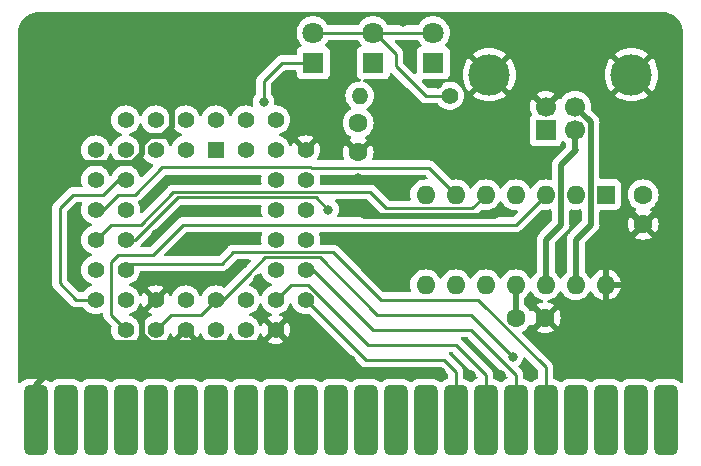
<source format=gbr>
%TF.GenerationSoftware,KiCad,Pcbnew,7.0.10*%
%TF.CreationDate,2024-01-06T19:24:23+00:00*%
%TF.ProjectId,v1a,7631612e-6b69-4636-9164-5f7063625858,rev?*%
%TF.SameCoordinates,Original*%
%TF.FileFunction,Copper,L1,Top*%
%TF.FilePolarity,Positive*%
%FSLAX46Y46*%
G04 Gerber Fmt 4.6, Leading zero omitted, Abs format (unit mm)*
G04 Created by KiCad (PCBNEW 7.0.10) date 2024-01-06 19:24:23*
%MOMM*%
%LPD*%
G01*
G04 APERTURE LIST*
G04 Aperture macros list*
%AMRoundRect*
0 Rectangle with rounded corners*
0 $1 Rounding radius*
0 $2 $3 $4 $5 $6 $7 $8 $9 X,Y pos of 4 corners*
0 Add a 4 corners polygon primitive as box body*
4,1,4,$2,$3,$4,$5,$6,$7,$8,$9,$2,$3,0*
0 Add four circle primitives for the rounded corners*
1,1,$1+$1,$2,$3*
1,1,$1+$1,$4,$5*
1,1,$1+$1,$6,$7*
1,1,$1+$1,$8,$9*
0 Add four rect primitives between the rounded corners*
20,1,$1+$1,$2,$3,$4,$5,0*
20,1,$1+$1,$4,$5,$6,$7,0*
20,1,$1+$1,$6,$7,$8,$9,0*
20,1,$1+$1,$8,$9,$2,$3,0*%
G04 Aperture macros list end*
%TA.AperFunction,ComponentPad*%
%ADD10R,1.600000X1.600000*%
%TD*%
%TA.AperFunction,ComponentPad*%
%ADD11O,1.600000X1.600000*%
%TD*%
%TA.AperFunction,ComponentPad*%
%ADD12C,1.600000*%
%TD*%
%TA.AperFunction,ComponentPad*%
%ADD13R,1.422400X1.422400*%
%TD*%
%TA.AperFunction,ComponentPad*%
%ADD14C,1.422400*%
%TD*%
%TA.AperFunction,ComponentPad*%
%ADD15C,1.400000*%
%TD*%
%TA.AperFunction,ComponentPad*%
%ADD16O,1.400000X1.400000*%
%TD*%
%TA.AperFunction,ComponentPad*%
%ADD17R,1.800000X1.800000*%
%TD*%
%TA.AperFunction,ComponentPad*%
%ADD18C,1.800000*%
%TD*%
%TA.AperFunction,SMDPad,CuDef*%
%ADD19RoundRect,0.508000X-0.508000X-2.464500X0.508000X-2.464500X0.508000X2.464500X-0.508000X2.464500X0*%
%TD*%
%TA.AperFunction,SMDPad,CuDef*%
%ADD20RoundRect,0.508000X-0.508000X-2.468000X0.508000X-2.468000X0.508000X2.468000X-0.508000X2.468000X0*%
%TD*%
%TA.AperFunction,ComponentPad*%
%ADD21R,1.700000X1.700000*%
%TD*%
%TA.AperFunction,ComponentPad*%
%ADD22C,1.700000*%
%TD*%
%TA.AperFunction,ComponentPad*%
%ADD23C,3.500000*%
%TD*%
%TA.AperFunction,ViaPad*%
%ADD24C,0.800000*%
%TD*%
%TA.AperFunction,Conductor*%
%ADD25C,0.500000*%
%TD*%
%TA.AperFunction,Conductor*%
%ADD26C,0.250000*%
%TD*%
G04 APERTURE END LIST*
D10*
%TO.P,U2,1,VDD*%
%TO.N,+5V*%
X91440000Y-72390000D03*
D11*
%TO.P,U2,2,GP0*%
%TO.N,Net-(D1-K)*%
X88900000Y-72390000D03*
%TO.P,U2,3,GP1*%
%TO.N,Net-(U1-XIN)*%
X86360000Y-72390000D03*
%TO.P,U2,4,~{RST}*%
%TO.N,unconnected-(U2-~{RST}-Pad4)*%
X83820000Y-72390000D03*
%TO.P,U2,5,URx*%
%TO.N,Net-(U1-SOUT)*%
X81280000Y-72390000D03*
%TO.P,U2,6,UTx*%
%TO.N,Net-(U1-SIN)*%
X78740000Y-72390000D03*
%TO.P,U2,7,GP2*%
%TO.N,Net-(D2-K)*%
X76200000Y-72390000D03*
%TO.P,U2,8,GP3*%
%TO.N,unconnected-(U2-GP3-Pad8)*%
X76200000Y-80010000D03*
%TO.P,U2,9,SDA*%
%TO.N,unconnected-(U2-SDA-Pad9)*%
X78740000Y-80010000D03*
%TO.P,U2,10,SCL*%
%TO.N,unconnected-(U2-SCL-Pad10)*%
X81280000Y-80010000D03*
%TO.P,U2,11,VUSB*%
%TO.N,Net-(U2-VUSB)*%
X83820000Y-80010000D03*
%TO.P,U2,12,D-*%
%TO.N,Net-(J2-D-)*%
X86360000Y-80010000D03*
%TO.P,U2,13,D+*%
%TO.N,Net-(J2-D+)*%
X88900000Y-80010000D03*
%TO.P,U2,14,VSS*%
%TO.N,GND*%
X91440000Y-80010000D03*
%TD*%
D12*
%TO.P,C1,1*%
%TO.N,GND*%
X94615000Y-74890000D03*
%TO.P,C1,2*%
%TO.N,+5V*%
X94615000Y-72390000D03*
%TD*%
%TO.P,C3,1*%
%TO.N,+5V*%
X70485000Y-66314000D03*
%TO.P,C3,2*%
%TO.N,GND*%
X70485000Y-68814000D03*
%TD*%
D13*
%TO.P,U1,1*%
%TO.N,N/C*%
X58420000Y-68580000D03*
D14*
%TO.P,U1,2,D0*%
%TO.N,D0*%
X55880000Y-66040000D03*
%TO.P,U1,3,D1*%
%TO.N,D1*%
X55880000Y-68580000D03*
%TO.P,U1,4,D2*%
%TO.N,D2*%
X53340000Y-66040000D03*
%TO.P,U1,5,D3*%
%TO.N,D3*%
X53340000Y-68580000D03*
%TO.P,U1,6,D4*%
%TO.N,D4*%
X50800000Y-66040000D03*
%TO.P,U1,7,D5*%
%TO.N,D5*%
X48260000Y-68580000D03*
%TO.P,U1,8,D6*%
%TO.N,D6*%
X50800000Y-68580000D03*
%TO.P,U1,9,D7*%
%TO.N,D7*%
X48260000Y-71120000D03*
%TO.P,U1,10,RCLK*%
%TO.N,Net-(U1-RCLK)*%
X50800000Y-71120000D03*
%TO.P,U1,11,SIN*%
%TO.N,Net-(U1-SIN)*%
X48260000Y-73660000D03*
%TO.P,U1,12*%
%TO.N,N/C*%
X50800000Y-73660000D03*
%TO.P,U1,13,SOUT*%
%TO.N,Net-(U1-SOUT)*%
X48260000Y-76200000D03*
%TO.P,U1,14,CS0*%
%TO.N,B6*%
X50800000Y-76200000D03*
%TO.P,U1,15,CS1*%
%TO.N,+5V*%
X48260000Y-78740000D03*
%TO.P,U1,16,~{CS2}*%
%TO.N,~{CART}*%
X50800000Y-78740000D03*
%TO.P,U1,17,~{BAUDOUT}*%
%TO.N,Net-(U1-RCLK)*%
X48260000Y-81280000D03*
%TO.P,U1,18,XIN*%
%TO.N,Net-(U1-XIN)*%
X50800000Y-83820000D03*
%TO.P,U1,19,XOUT*%
%TO.N,unconnected-(U1-XOUT-Pad19)*%
X50800000Y-81280000D03*
%TO.P,U1,20,~{WR}*%
%TO.N,R{slash}~{W}*%
X53340000Y-83820000D03*
%TO.P,U1,21,WR*%
%TO.N,GND*%
X53340000Y-81280000D03*
%TO.P,U1,22,GND*%
X55880000Y-83820000D03*
%TO.P,U1,23*%
%TO.N,N/C*%
X55880000Y-81280000D03*
%TO.P,U1,24,~{RD}*%
%TO.N,+5V*%
X58420000Y-83820000D03*
%TO.P,U1,25,RD*%
%TO.N,R{slash}~{W}*%
X58420000Y-81280000D03*
%TO.P,U1,26,DDIS*%
%TO.N,unconnected-(U1-DDIS-Pad26)*%
X60960000Y-83820000D03*
%TO.P,U1,27,~{TXRDY}*%
%TO.N,unconnected-(U1-~{TXRDY}-Pad27)*%
X60960000Y-81280000D03*
%TO.P,U1,28,~{ADS}*%
%TO.N,GND*%
X63500000Y-83820000D03*
%TO.P,U1,29,A2*%
%TO.N,A2*%
X66040000Y-81280000D03*
%TO.P,U1,30,A1*%
%TO.N,A1*%
X63500000Y-81280000D03*
%TO.P,U1,31,A0*%
%TO.N,A0*%
X66040000Y-78740000D03*
%TO.P,U1,32,~{RXRDY}*%
%TO.N,unconnected-(U1-~{RXRDY}-Pad32)*%
X63500000Y-78740000D03*
%TO.P,U1,33,INTR*%
%TO.N,unconnected-(U1-INTR-Pad33)*%
X66040000Y-76200000D03*
%TO.P,U1,34*%
%TO.N,N/C*%
X63500000Y-76200000D03*
%TO.P,U1,35,~{OUT2}*%
%TO.N,unconnected-(U1-~{OUT2}-Pad35)*%
X66040000Y-73660000D03*
%TO.P,U1,36,~{RTS}*%
%TO.N,unconnected-(U1-~{RTS}-Pad36)*%
X63500000Y-73660000D03*
%TO.P,U1,37,~{DTR}*%
%TO.N,unconnected-(U1-~{DTR}-Pad37)*%
X66040000Y-71120000D03*
%TO.P,U1,38,~{OUT1}*%
%TO.N,/~{OUT1}*%
X63500000Y-71120000D03*
%TO.P,U1,39,MR*%
%TO.N,GND*%
X66040000Y-68580000D03*
%TO.P,U1,40,~{CTS}*%
%TO.N,unconnected-(U1-~{CTS}-Pad40)*%
X63500000Y-66040000D03*
%TO.P,U1,41,~{DSR}*%
%TO.N,unconnected-(U1-~{DSR}-Pad41)*%
X63500000Y-68580000D03*
%TO.P,U1,42,~{DCD}*%
%TO.N,unconnected-(U1-~{DCD}-Pad42)*%
X60960000Y-66040000D03*
%TO.P,U1,43,~{RI}*%
%TO.N,unconnected-(U1-~{RI}-Pad43)*%
X60960000Y-68580000D03*
%TO.P,U1,44,VCC*%
%TO.N,+5V*%
X58420000Y-66040000D03*
%TD*%
D12*
%TO.P,C2,1*%
%TO.N,Net-(U2-VUSB)*%
X83820000Y-82804000D03*
%TO.P,C2,2*%
%TO.N,GND*%
X86320000Y-82804000D03*
%TD*%
D15*
%TO.P,R1,1*%
%TO.N,Net-(D1-A)*%
X78232000Y-64008000D03*
D16*
%TO.P,R1,2*%
%TO.N,+5V*%
X70612000Y-64008000D03*
%TD*%
D17*
%TO.P,D1,1,K*%
%TO.N,Net-(D1-K)*%
X71755000Y-61214000D03*
D18*
%TO.P,D1,2,A*%
%TO.N,Net-(D1-A)*%
X71755000Y-58674000D03*
%TD*%
D19*
%TO.P,J1,1,Pin_1*%
%TO.N,GND*%
X43180000Y-91440000D03*
%TO.P,J1,3,Pin_3*%
%TO.N,A15*%
X45720000Y-91440000D03*
%TO.P,J1,5,Pin_5*%
%TO.N,A14*%
X48260000Y-91440000D03*
%TO.P,J1,7,Pin_7*%
%TO.N,A13*%
X50800000Y-91440000D03*
%TO.P,J1,9,Pin_9*%
%TO.N,A12*%
X53340000Y-91440000D03*
%TO.P,J1,11,Pin_11*%
%TO.N,A11*%
X55880000Y-91440000D03*
D20*
%TO.P,J1,13,Pin_13*%
%TO.N,A10*%
X58420000Y-91443500D03*
%TO.P,J1,15,Pin_15*%
%TO.N,A9*%
X60960000Y-91443500D03*
D19*
%TO.P,J1,17,Pin_17*%
%TO.N,A8*%
X63500000Y-91440000D03*
%TO.P,J1,19,Pin_19*%
%TO.N,A7*%
X66040000Y-91440000D03*
%TO.P,J1,21,Pin_21*%
%TO.N,A6*%
X68580000Y-91440000D03*
%TO.P,J1,23,Pin_23*%
%TO.N,A5*%
X71120000Y-91440000D03*
%TO.P,J1,25,Pin_25*%
%TO.N,A4*%
X73660000Y-91440000D03*
%TO.P,J1,27,Pin_27*%
%TO.N,A3*%
X76200000Y-91440000D03*
D20*
%TO.P,J1,29,Pin_29*%
%TO.N,A2*%
X78740000Y-91443500D03*
D19*
%TO.P,J1,31,Pin_31*%
%TO.N,A1*%
X81280000Y-91440000D03*
%TO.P,J1,33,Pin_33*%
%TO.N,A0*%
X83820000Y-91440000D03*
D20*
%TO.P,J1,35,Pin_35*%
%TO.N,~{CART}*%
X86360000Y-91443500D03*
D19*
%TO.P,J1,37,Pin_37*%
%TO.N,~{NMI}*%
X88900000Y-91440000D03*
%TO.P,J1,39,Pin_39*%
%TO.N,~{RESET}*%
X91440000Y-91440000D03*
%TO.P,J1,41,Pin_41*%
%TO.N,~{SEL}*%
X93980000Y-91440000D03*
%TO.P,J1,43,Pin_43*%
%TO.N,unconnected-(J1-Pin_43-Pad43)*%
X96520000Y-91440000D03*
%TD*%
D17*
%TO.P,D2,1,K*%
%TO.N,Net-(D2-K)*%
X76835000Y-61214000D03*
D18*
%TO.P,D2,2,A*%
%TO.N,Net-(D1-A)*%
X76835000Y-58674000D03*
%TD*%
D17*
%TO.P,D3,1,K*%
%TO.N,/~{OUT1}*%
X66675000Y-61214000D03*
D18*
%TO.P,D3,2,A*%
%TO.N,Net-(D1-A)*%
X66675000Y-58674000D03*
%TD*%
D21*
%TO.P,J2,1,VBUS*%
%TO.N,unconnected-(J2-VBUS-Pad1)*%
X86360000Y-66940000D03*
D22*
%TO.P,J2,2,D-*%
%TO.N,Net-(J2-D-)*%
X88860000Y-66940000D03*
%TO.P,J2,3,D+*%
%TO.N,Net-(J2-D+)*%
X88860000Y-64940000D03*
%TO.P,J2,4,GND*%
%TO.N,GND*%
X86360000Y-64940000D03*
D23*
%TO.P,J2,5,Shield*%
X81590000Y-62230000D03*
X93630000Y-62230000D03*
%TD*%
D24*
%TO.N,GND*%
X49530000Y-87122000D03*
X77470000Y-87376000D03*
X61976000Y-79502000D03*
X85090000Y-71120000D03*
X80010000Y-87630000D03*
X52324000Y-64516000D03*
X46990000Y-87122000D03*
X58420000Y-76708000D03*
X69850000Y-86360000D03*
X55880000Y-71120000D03*
X58420000Y-71120000D03*
X57150000Y-87122000D03*
X53340000Y-75692000D03*
X45720000Y-83820000D03*
X87630000Y-76835000D03*
X82550000Y-73660000D03*
X92456000Y-87376000D03*
X53340000Y-79248000D03*
X48260000Y-65532000D03*
X52070000Y-87122000D03*
X54864000Y-64516000D03*
X58420000Y-79248000D03*
X62230000Y-82550000D03*
X55880000Y-76708000D03*
X74930000Y-71120000D03*
X55880000Y-79248000D03*
X61468000Y-71120000D03*
X82550000Y-87630000D03*
X77470000Y-69215000D03*
X59436000Y-87122000D03*
X61976000Y-87122000D03*
X46736000Y-70104000D03*
X55880000Y-73660000D03*
X53340000Y-72136000D03*
X70485000Y-70993000D03*
X46482000Y-78740000D03*
X58420000Y-73660000D03*
X61468000Y-76200000D03*
X60706000Y-78232000D03*
X61468000Y-73660000D03*
X87884000Y-86868000D03*
X77216000Y-62992000D03*
X80010000Y-71120000D03*
X74295000Y-57785000D03*
X82550000Y-71120000D03*
X47244000Y-74930000D03*
X73660000Y-63500000D03*
X74676000Y-60960000D03*
X70485000Y-76835000D03*
X85090000Y-87630000D03*
X54610000Y-87122000D03*
X72390000Y-87376000D03*
X70485000Y-73660000D03*
%TO.N,B6*%
X67945000Y-73660000D03*
%TO.N,R{slash}~{W}*%
X83566000Y-86106000D03*
%TO.N,/~{OUT1}*%
X62484000Y-64516000D03*
%TD*%
D25*
%TO.N,GND*%
X52859015Y-67418800D02*
X53993201Y-67418800D01*
X52178800Y-82441200D02*
X53340000Y-81280000D01*
X53993201Y-67418800D02*
X54718800Y-66693201D01*
X63500000Y-83820000D02*
X62338800Y-84981200D01*
X43180000Y-88467500D02*
X43180000Y-91440000D01*
X47098800Y-69741200D02*
X51416800Y-69741200D01*
X55880000Y-83820000D02*
X54718800Y-84981200D01*
X46736000Y-70104000D02*
X47098800Y-69741200D01*
X54718800Y-64661200D02*
X54864000Y-64516000D01*
X46666300Y-84981200D02*
X43180000Y-88467500D01*
X52859015Y-84981200D02*
X52178800Y-84300985D01*
X52178800Y-68099015D02*
X52859015Y-67418800D01*
X52977200Y-84981200D02*
X52859015Y-84981200D01*
X70485000Y-73660000D02*
X70993000Y-74168000D01*
X70993000Y-74168000D02*
X82042000Y-74168000D01*
X82042000Y-74168000D02*
X82550000Y-73660000D01*
X51416800Y-69741200D02*
X52178800Y-68979200D01*
X54718800Y-84981200D02*
X52977200Y-84981200D01*
X69850000Y-86360000D02*
X66040000Y-86360000D01*
X54718800Y-66693201D02*
X54718800Y-64661200D01*
X52178800Y-68979200D02*
X52178800Y-68099015D01*
X66040000Y-86360000D02*
X63500000Y-83820000D01*
X62338800Y-84981200D02*
X54718800Y-84981200D01*
X52977200Y-84981200D02*
X46666300Y-84981200D01*
X52178800Y-84300985D02*
X52178800Y-82441200D01*
D26*
%TO.N,~{CART}*%
X86360000Y-86995000D02*
X86360000Y-91443500D01*
X68346200Y-77236200D02*
X72390000Y-81280000D01*
X72390000Y-81280000D02*
X80645000Y-81280000D01*
X80645000Y-81280000D02*
X86360000Y-86995000D01*
X59923800Y-77236200D02*
X68346200Y-77236200D01*
X51308000Y-78232000D02*
X58928000Y-78232000D01*
X58928000Y-78232000D02*
X59923800Y-77236200D01*
X50800000Y-78740000D02*
X51308000Y-78232000D01*
%TO.N,B6*%
X66908800Y-72623800D02*
X55205213Y-72623800D01*
X67945000Y-73660000D02*
X66908800Y-72623800D01*
X55205213Y-72623800D02*
X51629013Y-76200000D01*
X51629013Y-76200000D02*
X50800000Y-76200000D01*
%TO.N,A2*%
X66040000Y-81280000D02*
X71120000Y-86360000D01*
X71120000Y-86360000D02*
X77724000Y-86360000D01*
X77724000Y-86360000D02*
X78740000Y-87376000D01*
X78740000Y-87376000D02*
X78740000Y-91443500D01*
%TO.N,A1*%
X64770000Y-80010000D02*
X63500000Y-81280000D01*
X71315409Y-85090000D02*
X66235409Y-80010000D01*
X81280000Y-91440000D02*
X81280000Y-87630000D01*
X66235409Y-80010000D02*
X64770000Y-80010000D01*
X81280000Y-87630000D02*
X78740000Y-85090000D01*
X78740000Y-85090000D02*
X71315409Y-85090000D01*
%TO.N,A0*%
X83820000Y-91440000D02*
X83820000Y-87630000D01*
X83820000Y-87630000D02*
X80010000Y-83820000D01*
X71755000Y-83820000D02*
X66675000Y-78740000D01*
X80010000Y-83820000D02*
X71755000Y-83820000D01*
X66675000Y-78740000D02*
X66040000Y-78740000D01*
%TO.N,R{slash}~{W}*%
X72072500Y-82550000D02*
X67226300Y-77703800D01*
X61151000Y-79160273D02*
X61151000Y-79184000D01*
X61151000Y-79184000D02*
X59055000Y-81280000D01*
X83566000Y-86104604D02*
X80011396Y-82550000D01*
X57150000Y-82550000D02*
X54610000Y-82550000D01*
X83566000Y-86106000D02*
X83566000Y-86104604D01*
X58420000Y-81280000D02*
X57150000Y-82550000D01*
X62607473Y-77703800D02*
X61151000Y-79160273D01*
X54610000Y-82550000D02*
X53340000Y-83820000D01*
X67226300Y-77703800D02*
X62607473Y-77703800D01*
X59055000Y-81280000D02*
X58420000Y-81280000D01*
X80011396Y-82550000D02*
X72072500Y-82550000D01*
D25*
%TO.N,Net-(J2-D-)*%
X86365000Y-76195000D02*
X87630000Y-74930000D01*
X88900000Y-68580000D02*
X88860000Y-68540000D01*
X86365000Y-80010000D02*
X86365000Y-76195000D01*
X87630000Y-74930000D02*
X87630000Y-69850000D01*
X88860000Y-68540000D02*
X88860000Y-66940000D01*
X87630000Y-69850000D02*
X88900000Y-68580000D01*
%TO.N,Net-(J2-D+)*%
X90170000Y-66250000D02*
X90170000Y-74930000D01*
X88905000Y-76205000D02*
X88905000Y-80010000D01*
X88860000Y-64940000D02*
X90170000Y-66250000D01*
X88900000Y-76200000D02*
X88905000Y-76205000D01*
X90170000Y-74930000D02*
X88900000Y-76200000D01*
D26*
%TO.N,Net-(D1-A)*%
X76200000Y-64008000D02*
X73660000Y-61468000D01*
X71750000Y-58674000D02*
X71755000Y-58679000D01*
X78232000Y-64008000D02*
X76200000Y-64008000D01*
X73660000Y-61468000D02*
X73660000Y-60452000D01*
X71755000Y-58679000D02*
X76835000Y-58679000D01*
X73660000Y-60452000D02*
X71882000Y-58674000D01*
X66548000Y-58674000D02*
X71750000Y-58674000D01*
%TO.N,/~{OUT1}*%
X64008000Y-61214000D02*
X66548000Y-61214000D01*
X62484000Y-62738000D02*
X64008000Y-61214000D01*
X62484000Y-64516000D02*
X62484000Y-62738000D01*
D25*
X66553000Y-61219000D02*
X66548000Y-61214000D01*
%TO.N,Net-(U2-VUSB)*%
X83825000Y-80010000D02*
X83820000Y-80015000D01*
X83820000Y-80015000D02*
X83820000Y-82804000D01*
D26*
%TO.N,Net-(U1-RCLK)*%
X50165000Y-71120000D02*
X48895000Y-72390000D01*
X46609000Y-81280000D02*
X48260000Y-81280000D01*
X46355000Y-72390000D02*
X45212000Y-73533000D01*
X45212000Y-79883000D02*
X46609000Y-81280000D01*
X48895000Y-72390000D02*
X46355000Y-72390000D01*
X50800000Y-71120000D02*
X50165000Y-71120000D01*
X45212000Y-73533000D02*
X45212000Y-79883000D01*
%TO.N,Net-(U1-SIN)*%
X66469209Y-70083800D02*
X66489409Y-70104000D01*
X51562000Y-72390000D02*
X53868200Y-70083800D01*
X48895000Y-73660000D02*
X50165000Y-72390000D01*
X66489409Y-70104000D02*
X76459000Y-70104000D01*
X53868200Y-70083800D02*
X66469209Y-70083800D01*
X48260000Y-73660000D02*
X48895000Y-73660000D01*
X76459000Y-70104000D02*
X78745000Y-72390000D01*
X50165000Y-72390000D02*
X51562000Y-72390000D01*
%TO.N,Net-(U1-SOUT)*%
X54843800Y-72156200D02*
X71521200Y-72156200D01*
X48260000Y-76200000D02*
X49530000Y-74930000D01*
X80160000Y-73515000D02*
X81285000Y-72390000D01*
X49530000Y-74930000D02*
X52070000Y-74930000D01*
X72880000Y-73515000D02*
X80160000Y-73515000D01*
X71521200Y-72156200D02*
X72880000Y-73515000D01*
X52070000Y-74930000D02*
X54843800Y-72156200D01*
%TO.N,Net-(U1-XIN)*%
X49530000Y-78105000D02*
X50165000Y-77470000D01*
X83825000Y-74930000D02*
X86365000Y-72390000D01*
X53086000Y-77470000D02*
X55626000Y-74930000D01*
X55626000Y-74930000D02*
X83825000Y-74930000D01*
X50165000Y-77470000D02*
X53086000Y-77470000D01*
X50800000Y-83820000D02*
X49530000Y-82550000D01*
X49530000Y-82550000D02*
X49530000Y-78105000D01*
%TD*%
%TA.AperFunction,Conductor*%
%TO.N,GND*%
G36*
X96208415Y-56942501D02*
G01*
X96218405Y-56942501D01*
X96261571Y-56942501D01*
X96270417Y-56942817D01*
X96503577Y-56959492D01*
X96521078Y-56962009D01*
X96745156Y-57010754D01*
X96762121Y-57015735D01*
X96976991Y-57095877D01*
X96993064Y-57103218D01*
X97194332Y-57213118D01*
X97194336Y-57213120D01*
X97209219Y-57222685D01*
X97392791Y-57360105D01*
X97406162Y-57371691D01*
X97568308Y-57533837D01*
X97579894Y-57547208D01*
X97717314Y-57730780D01*
X97726879Y-57745663D01*
X97836776Y-57946924D01*
X97844124Y-57963014D01*
X97868667Y-58028815D01*
X97924262Y-58177873D01*
X97929246Y-58194848D01*
X97977989Y-58418916D01*
X97980507Y-58436428D01*
X97997183Y-58669581D01*
X97997499Y-58678427D01*
X97997499Y-88220571D01*
X97977814Y-88287610D01*
X97925010Y-88333365D01*
X97855852Y-88343309D01*
X97792296Y-88314284D01*
X97777647Y-88299237D01*
X97744569Y-88258932D01*
X97591005Y-88132905D01*
X97590998Y-88132901D01*
X97415808Y-88039260D01*
X97291167Y-88001451D01*
X97225701Y-87981592D01*
X97225699Y-87981591D01*
X97225701Y-87981591D01*
X97119415Y-87971123D01*
X97077547Y-87967000D01*
X97077543Y-87967000D01*
X95962457Y-87967000D01*
X95814300Y-87981591D01*
X95624191Y-88039260D01*
X95449001Y-88132901D01*
X95448995Y-88132905D01*
X95328664Y-88231658D01*
X95264354Y-88258970D01*
X95195487Y-88247179D01*
X95171336Y-88231658D01*
X95051004Y-88132905D01*
X95050998Y-88132901D01*
X94875808Y-88039260D01*
X94751167Y-88001451D01*
X94685701Y-87981592D01*
X94685699Y-87981591D01*
X94685701Y-87981591D01*
X94579415Y-87971123D01*
X94537547Y-87967000D01*
X94537543Y-87967000D01*
X93422457Y-87967000D01*
X93274300Y-87981591D01*
X93084191Y-88039260D01*
X92909001Y-88132901D01*
X92908995Y-88132905D01*
X92788664Y-88231658D01*
X92724354Y-88258970D01*
X92655487Y-88247179D01*
X92631336Y-88231658D01*
X92511004Y-88132905D01*
X92510998Y-88132901D01*
X92335808Y-88039260D01*
X92211167Y-88001451D01*
X92145701Y-87981592D01*
X92145699Y-87981591D01*
X92145701Y-87981591D01*
X92039415Y-87971123D01*
X91997547Y-87967000D01*
X91997543Y-87967000D01*
X90882457Y-87967000D01*
X90734300Y-87981591D01*
X90544191Y-88039260D01*
X90369001Y-88132901D01*
X90368995Y-88132905D01*
X90248664Y-88231658D01*
X90184354Y-88258970D01*
X90115487Y-88247179D01*
X90091336Y-88231658D01*
X89971004Y-88132905D01*
X89970998Y-88132901D01*
X89795808Y-88039260D01*
X89671167Y-88001451D01*
X89605701Y-87981592D01*
X89605699Y-87981591D01*
X89605701Y-87981591D01*
X89499415Y-87971123D01*
X89457547Y-87967000D01*
X89457543Y-87967000D01*
X88342457Y-87967000D01*
X88194300Y-87981591D01*
X88004191Y-88039260D01*
X87829001Y-88132901D01*
X87828995Y-88132905D01*
X87708664Y-88231658D01*
X87644354Y-88258970D01*
X87575487Y-88247179D01*
X87551336Y-88231658D01*
X87431004Y-88132905D01*
X87430998Y-88132901D01*
X87255805Y-88039259D01*
X87073504Y-87983958D01*
X87015066Y-87945661D01*
X86986609Y-87881849D01*
X86985500Y-87865298D01*
X86985500Y-87077742D01*
X86987224Y-87062122D01*
X86986939Y-87062095D01*
X86987673Y-87054333D01*
X86985561Y-86987112D01*
X86985500Y-86983218D01*
X86985500Y-86955656D01*
X86985500Y-86955650D01*
X86984996Y-86951668D01*
X86984081Y-86940029D01*
X86983614Y-86925160D01*
X86982710Y-86896373D01*
X86977119Y-86877130D01*
X86973173Y-86858078D01*
X86970664Y-86838208D01*
X86954579Y-86797583D01*
X86950804Y-86786555D01*
X86938618Y-86744610D01*
X86928419Y-86727364D01*
X86919858Y-86709888D01*
X86912487Y-86691271D01*
X86912486Y-86691268D01*
X86886805Y-86655921D01*
X86880409Y-86646182D01*
X86858171Y-86608580D01*
X86858169Y-86608578D01*
X86858166Y-86608574D01*
X86844005Y-86594413D01*
X86831370Y-86579620D01*
X86819593Y-86563412D01*
X86785945Y-86535576D01*
X86777304Y-86527713D01*
X84401151Y-84151560D01*
X84367666Y-84090237D01*
X84372650Y-84020545D01*
X84414522Y-83964612D01*
X84436419Y-83951501D01*
X84472734Y-83934568D01*
X84659139Y-83804047D01*
X84820047Y-83643139D01*
X84950568Y-83456734D01*
X84957893Y-83441024D01*
X85004064Y-83388586D01*
X85071257Y-83369433D01*
X85138138Y-83389648D01*
X85182657Y-83441024D01*
X85189864Y-83456480D01*
X85240974Y-83529472D01*
X85922046Y-82848400D01*
X85934835Y-82929148D01*
X85992359Y-83042045D01*
X86081955Y-83131641D01*
X86194852Y-83189165D01*
X86275599Y-83201953D01*
X85594526Y-83883025D01*
X85667513Y-83934132D01*
X85667521Y-83934136D01*
X85873668Y-84030264D01*
X85873682Y-84030269D01*
X86093389Y-84089139D01*
X86093400Y-84089141D01*
X86319998Y-84108966D01*
X86320002Y-84108966D01*
X86546599Y-84089141D01*
X86546610Y-84089139D01*
X86766317Y-84030269D01*
X86766331Y-84030264D01*
X86972478Y-83934136D01*
X87045471Y-83883024D01*
X86364400Y-83201953D01*
X86445148Y-83189165D01*
X86558045Y-83131641D01*
X86647641Y-83042045D01*
X86705165Y-82929148D01*
X86717953Y-82848400D01*
X87399024Y-83529471D01*
X87450136Y-83456478D01*
X87546264Y-83250331D01*
X87546269Y-83250317D01*
X87605139Y-83030610D01*
X87605141Y-83030599D01*
X87624966Y-82804002D01*
X87624966Y-82803997D01*
X87605141Y-82577400D01*
X87605139Y-82577389D01*
X87546269Y-82357682D01*
X87546264Y-82357668D01*
X87450136Y-82151521D01*
X87450132Y-82151513D01*
X87399025Y-82078526D01*
X86717953Y-82759598D01*
X86705165Y-82678852D01*
X86647641Y-82565955D01*
X86558045Y-82476359D01*
X86445148Y-82418835D01*
X86364401Y-82406046D01*
X87045472Y-81724974D01*
X86972478Y-81673863D01*
X86766331Y-81577735D01*
X86766319Y-81577731D01*
X86597112Y-81532392D01*
X86537452Y-81496027D01*
X86506923Y-81433180D01*
X86515218Y-81363804D01*
X86559703Y-81309926D01*
X86597109Y-81292843D01*
X86806496Y-81236739D01*
X87012734Y-81140568D01*
X87199139Y-81010047D01*
X87360047Y-80849139D01*
X87490568Y-80662734D01*
X87517618Y-80604724D01*
X87563790Y-80552285D01*
X87630983Y-80533133D01*
X87697865Y-80553348D01*
X87742381Y-80604724D01*
X87756413Y-80634815D01*
X87769429Y-80662728D01*
X87769432Y-80662734D01*
X87899954Y-80849141D01*
X88060858Y-81010045D01*
X88060861Y-81010047D01*
X88247266Y-81140568D01*
X88453504Y-81236739D01*
X88673308Y-81295635D01*
X88835230Y-81309801D01*
X88899998Y-81315468D01*
X88900000Y-81315468D01*
X88900002Y-81315468D01*
X88963345Y-81309926D01*
X89126692Y-81295635D01*
X89346496Y-81236739D01*
X89552734Y-81140568D01*
X89739139Y-81010047D01*
X89900047Y-80849139D01*
X90030568Y-80662734D01*
X90057895Y-80604129D01*
X90104064Y-80551695D01*
X90171257Y-80532542D01*
X90238139Y-80552757D01*
X90282657Y-80604133D01*
X90309865Y-80662482D01*
X90440342Y-80848820D01*
X90601179Y-81009657D01*
X90787517Y-81140134D01*
X90993673Y-81236265D01*
X90993682Y-81236269D01*
X91189999Y-81288872D01*
X91190000Y-81288871D01*
X91190000Y-80325686D01*
X91201955Y-80337641D01*
X91314852Y-80395165D01*
X91408519Y-80410000D01*
X91471481Y-80410000D01*
X91565148Y-80395165D01*
X91678045Y-80337641D01*
X91690000Y-80325686D01*
X91690000Y-81288872D01*
X91886317Y-81236269D01*
X91886326Y-81236265D01*
X92092482Y-81140134D01*
X92278820Y-81009657D01*
X92439657Y-80848820D01*
X92570134Y-80662482D01*
X92666265Y-80456326D01*
X92666269Y-80456317D01*
X92718872Y-80260000D01*
X91755686Y-80260000D01*
X91767641Y-80248045D01*
X91825165Y-80135148D01*
X91844986Y-80010000D01*
X91825165Y-79884852D01*
X91767641Y-79771955D01*
X91755686Y-79760000D01*
X92718872Y-79760000D01*
X92718872Y-79759999D01*
X92666269Y-79563682D01*
X92666265Y-79563673D01*
X92570134Y-79357517D01*
X92439657Y-79171179D01*
X92278820Y-79010342D01*
X92092482Y-78879865D01*
X91886328Y-78783734D01*
X91690000Y-78731127D01*
X91690000Y-79694314D01*
X91678045Y-79682359D01*
X91565148Y-79624835D01*
X91471481Y-79610000D01*
X91408519Y-79610000D01*
X91314852Y-79624835D01*
X91201955Y-79682359D01*
X91190000Y-79694314D01*
X91190000Y-78731127D01*
X90993671Y-78783734D01*
X90787517Y-78879865D01*
X90601179Y-79010342D01*
X90440342Y-79171179D01*
X90309867Y-79357515D01*
X90282657Y-79415867D01*
X90236484Y-79468306D01*
X90169290Y-79487457D01*
X90102409Y-79467241D01*
X90057893Y-79415865D01*
X90050185Y-79399336D01*
X90030568Y-79357266D01*
X89900047Y-79170861D01*
X89739139Y-79009953D01*
X89739135Y-79009950D01*
X89739134Y-79009949D01*
X89708374Y-78988410D01*
X89664751Y-78933833D01*
X89655500Y-78886837D01*
X89655500Y-76557228D01*
X89675185Y-76490189D01*
X89691814Y-76469551D01*
X90655638Y-75505727D01*
X90669267Y-75493950D01*
X90669935Y-75493453D01*
X90688530Y-75479610D01*
X90710542Y-75453377D01*
X90720372Y-75441662D01*
X90727688Y-75433679D01*
X90728996Y-75432370D01*
X90731590Y-75429777D01*
X90740776Y-75418159D01*
X90750811Y-75405467D01*
X90753094Y-75402664D01*
X90764062Y-75389594D01*
X90801302Y-75345214D01*
X90801303Y-75345211D01*
X90805272Y-75339179D01*
X90805323Y-75339212D01*
X90809369Y-75332860D01*
X90809317Y-75332828D01*
X90813105Y-75326683D01*
X90813111Y-75326677D01*
X90844829Y-75258655D01*
X90846369Y-75255476D01*
X90880040Y-75188433D01*
X90880043Y-75188417D01*
X90882510Y-75181644D01*
X90882568Y-75181665D01*
X90885043Y-75174546D01*
X90884985Y-75174527D01*
X90887255Y-75167677D01*
X90887256Y-75167673D01*
X90902431Y-75094171D01*
X90903186Y-75090767D01*
X90920500Y-75017721D01*
X90920500Y-75017719D01*
X90920501Y-75017715D01*
X90921339Y-75010548D01*
X90921397Y-75010554D01*
X90922164Y-75003056D01*
X90922104Y-75003051D01*
X90922733Y-74995860D01*
X90922378Y-74983672D01*
X90920552Y-74920889D01*
X90920500Y-74917283D01*
X90920500Y-73814499D01*
X90940185Y-73747460D01*
X90992989Y-73701705D01*
X91044500Y-73690499D01*
X92287871Y-73690499D01*
X92287872Y-73690499D01*
X92347483Y-73684091D01*
X92482331Y-73633796D01*
X92597546Y-73547546D01*
X92683796Y-73432331D01*
X92734091Y-73297483D01*
X92740500Y-73237873D01*
X92740500Y-72390001D01*
X93309532Y-72390001D01*
X93329364Y-72616686D01*
X93329366Y-72616697D01*
X93388258Y-72836488D01*
X93388261Y-72836497D01*
X93484431Y-73042732D01*
X93484432Y-73042734D01*
X93614954Y-73229141D01*
X93775858Y-73390045D01*
X93797776Y-73405392D01*
X93962266Y-73520568D01*
X93977975Y-73527893D01*
X94030414Y-73574064D01*
X94049567Y-73641257D01*
X94029352Y-73708138D01*
X93977979Y-73752656D01*
X93962514Y-73759867D01*
X93962512Y-73759868D01*
X93889526Y-73810973D01*
X93889526Y-73810974D01*
X94570599Y-74492046D01*
X94489852Y-74504835D01*
X94376955Y-74562359D01*
X94287359Y-74651955D01*
X94229835Y-74764852D01*
X94217046Y-74845598D01*
X93535974Y-74164526D01*
X93535973Y-74164526D01*
X93484868Y-74237512D01*
X93484866Y-74237516D01*
X93388734Y-74443673D01*
X93388730Y-74443682D01*
X93329860Y-74663389D01*
X93329858Y-74663400D01*
X93310034Y-74889997D01*
X93310034Y-74890002D01*
X93329858Y-75116599D01*
X93329860Y-75116610D01*
X93388730Y-75336317D01*
X93388735Y-75336331D01*
X93484863Y-75542478D01*
X93535974Y-75615472D01*
X94217046Y-74934400D01*
X94229835Y-75015148D01*
X94287359Y-75128045D01*
X94376955Y-75217641D01*
X94489852Y-75275165D01*
X94570599Y-75287953D01*
X93889526Y-75969025D01*
X93962513Y-76020132D01*
X93962521Y-76020136D01*
X94168668Y-76116264D01*
X94168682Y-76116269D01*
X94388389Y-76175139D01*
X94388400Y-76175141D01*
X94614998Y-76194966D01*
X94615002Y-76194966D01*
X94841599Y-76175141D01*
X94841610Y-76175139D01*
X95061317Y-76116269D01*
X95061331Y-76116264D01*
X95267478Y-76020136D01*
X95340471Y-75969024D01*
X94659400Y-75287953D01*
X94740148Y-75275165D01*
X94853045Y-75217641D01*
X94942641Y-75128045D01*
X95000165Y-75015148D01*
X95012953Y-74934400D01*
X95694024Y-75615471D01*
X95745136Y-75542478D01*
X95841264Y-75336331D01*
X95841269Y-75336317D01*
X95900139Y-75116610D01*
X95900141Y-75116599D01*
X95919966Y-74890002D01*
X95919966Y-74889997D01*
X95900141Y-74663400D01*
X95900139Y-74663389D01*
X95841269Y-74443682D01*
X95841264Y-74443668D01*
X95745136Y-74237521D01*
X95745132Y-74237513D01*
X95694025Y-74164526D01*
X95012953Y-74845598D01*
X95000165Y-74764852D01*
X94942641Y-74651955D01*
X94853045Y-74562359D01*
X94740148Y-74504835D01*
X94659401Y-74492046D01*
X95340472Y-73810974D01*
X95267480Y-73759864D01*
X95252024Y-73752657D01*
X95199585Y-73706484D01*
X95180433Y-73639290D01*
X95200649Y-73572409D01*
X95252023Y-73527893D01*
X95267734Y-73520568D01*
X95454139Y-73390047D01*
X95615047Y-73229139D01*
X95745568Y-73042734D01*
X95841739Y-72836496D01*
X95900635Y-72616692D01*
X95920468Y-72390000D01*
X95900635Y-72163308D01*
X95847246Y-71964058D01*
X95841741Y-71943511D01*
X95841738Y-71943502D01*
X95835630Y-71930404D01*
X95745568Y-71737266D01*
X95622576Y-71561613D01*
X95615045Y-71550858D01*
X95454141Y-71389954D01*
X95267734Y-71259432D01*
X95267732Y-71259431D01*
X95061497Y-71163261D01*
X95061488Y-71163258D01*
X94841697Y-71104366D01*
X94841693Y-71104365D01*
X94841692Y-71104365D01*
X94841691Y-71104364D01*
X94841686Y-71104364D01*
X94615002Y-71084532D01*
X94614998Y-71084532D01*
X94388313Y-71104364D01*
X94388302Y-71104366D01*
X94168511Y-71163258D01*
X94168502Y-71163261D01*
X93962267Y-71259431D01*
X93962265Y-71259432D01*
X93775858Y-71389954D01*
X93614954Y-71550858D01*
X93484432Y-71737265D01*
X93484431Y-71737267D01*
X93388261Y-71943502D01*
X93388258Y-71943511D01*
X93329366Y-72163302D01*
X93329364Y-72163313D01*
X93309532Y-72389998D01*
X93309532Y-72390001D01*
X92740500Y-72390001D01*
X92740499Y-71542128D01*
X92734091Y-71482517D01*
X92725025Y-71458211D01*
X92683797Y-71347671D01*
X92683793Y-71347664D01*
X92597547Y-71232455D01*
X92597544Y-71232452D01*
X92482335Y-71146206D01*
X92482328Y-71146202D01*
X92347482Y-71095908D01*
X92347483Y-71095908D01*
X92287883Y-71089501D01*
X92287881Y-71089500D01*
X92287873Y-71089500D01*
X92287865Y-71089500D01*
X91044500Y-71089500D01*
X90977461Y-71069815D01*
X90931706Y-71017011D01*
X90920500Y-70965500D01*
X90920500Y-66313705D01*
X90921809Y-66295735D01*
X90922129Y-66293547D01*
X90925289Y-66271977D01*
X90920972Y-66222630D01*
X90920500Y-66211822D01*
X90920500Y-66206296D01*
X90920500Y-66206291D01*
X90916901Y-66175509D01*
X90916536Y-66171929D01*
X90909999Y-66097201D01*
X90908539Y-66090129D01*
X90908597Y-66090116D01*
X90906965Y-66082757D01*
X90906906Y-66082772D01*
X90905241Y-66075751D01*
X90905241Y-66075745D01*
X90879569Y-66005212D01*
X90878421Y-66001909D01*
X90854814Y-65930666D01*
X90854810Y-65930659D01*
X90851760Y-65924118D01*
X90851815Y-65924091D01*
X90848533Y-65917313D01*
X90848480Y-65917340D01*
X90845235Y-65910880D01*
X90804025Y-65848223D01*
X90802086Y-65845181D01*
X90791974Y-65828787D01*
X90762712Y-65781345D01*
X90762711Y-65781344D01*
X90762710Y-65781342D01*
X90758234Y-65775682D01*
X90758281Y-65775644D01*
X90753519Y-65769799D01*
X90753474Y-65769838D01*
X90748831Y-65764305D01*
X90694273Y-65712832D01*
X90691686Y-65710319D01*
X90232869Y-65251502D01*
X90199384Y-65190179D01*
X90197022Y-65153013D01*
X90198742Y-65133363D01*
X90215659Y-64940000D01*
X90215216Y-64934942D01*
X90201871Y-64782405D01*
X90195063Y-64704592D01*
X90135038Y-64480572D01*
X90133905Y-64476344D01*
X90133904Y-64476343D01*
X90133903Y-64476337D01*
X90034035Y-64262171D01*
X90011184Y-64229535D01*
X89898494Y-64068597D01*
X89731402Y-63901506D01*
X89731395Y-63901501D01*
X89706902Y-63884351D01*
X89679141Y-63864912D01*
X89537834Y-63765967D01*
X89537830Y-63765965D01*
X89537828Y-63765964D01*
X89323663Y-63666097D01*
X89323659Y-63666096D01*
X89323655Y-63666094D01*
X89095413Y-63604938D01*
X89095403Y-63604936D01*
X88860001Y-63584341D01*
X88859999Y-63584341D01*
X88624596Y-63604936D01*
X88624586Y-63604938D01*
X88396344Y-63666094D01*
X88396335Y-63666098D01*
X88182171Y-63765964D01*
X88182169Y-63765965D01*
X87988597Y-63901505D01*
X87821508Y-64068594D01*
X87711269Y-64226032D01*
X87656692Y-64269656D01*
X87587193Y-64276849D01*
X87524839Y-64245327D01*
X87508119Y-64226031D01*
X87474926Y-64178626D01*
X87474925Y-64178625D01*
X86813779Y-64839771D01*
X86813533Y-64836484D01*
X86762872Y-64707402D01*
X86676414Y-64598987D01*
X86561841Y-64520873D01*
X86457698Y-64488749D01*
X87121373Y-63825073D01*
X87121373Y-63825072D01*
X87037583Y-63766402D01*
X87037579Y-63766400D01*
X86823492Y-63666570D01*
X86823483Y-63666566D01*
X86595326Y-63605432D01*
X86595315Y-63605430D01*
X86360002Y-63584843D01*
X86359998Y-63584843D01*
X86124684Y-63605430D01*
X86124673Y-63605432D01*
X85896516Y-63666566D01*
X85896507Y-63666570D01*
X85682419Y-63766401D01*
X85598625Y-63825072D01*
X86262980Y-64489427D01*
X86222881Y-64495471D01*
X86097946Y-64555637D01*
X85996295Y-64649955D01*
X85926961Y-64770045D01*
X85910149Y-64843702D01*
X85245072Y-64178625D01*
X85186401Y-64262419D01*
X85086570Y-64476507D01*
X85086566Y-64476516D01*
X85025432Y-64704673D01*
X85025430Y-64704684D01*
X85004843Y-64939998D01*
X85004843Y-64940001D01*
X85025430Y-65175315D01*
X85025432Y-65175326D01*
X85086566Y-65403483D01*
X85086570Y-65403492D01*
X85175442Y-65594080D01*
X85185934Y-65663158D01*
X85157414Y-65726942D01*
X85153009Y-65731710D01*
X85066206Y-65847664D01*
X85066202Y-65847671D01*
X85015908Y-65982517D01*
X85009501Y-66042116D01*
X85009500Y-66042135D01*
X85009500Y-67837870D01*
X85009501Y-67837876D01*
X85015908Y-67897483D01*
X85066202Y-68032328D01*
X85066206Y-68032335D01*
X85152452Y-68147544D01*
X85152455Y-68147547D01*
X85267664Y-68233793D01*
X85267671Y-68233797D01*
X85402517Y-68284091D01*
X85402516Y-68284091D01*
X85409444Y-68284835D01*
X85462127Y-68290500D01*
X87257872Y-68290499D01*
X87317483Y-68284091D01*
X87452331Y-68233796D01*
X87567546Y-68147546D01*
X87653796Y-68032331D01*
X87691944Y-67930051D01*
X87733815Y-67874117D01*
X87799279Y-67849700D01*
X87867552Y-67864551D01*
X87895804Y-67885700D01*
X87988599Y-67978495D01*
X88056623Y-68026125D01*
X88100248Y-68080701D01*
X88109500Y-68127700D01*
X88109500Y-68257769D01*
X88089815Y-68324808D01*
X88073181Y-68345450D01*
X87144358Y-69274272D01*
X87130729Y-69286051D01*
X87111469Y-69300390D01*
X87079632Y-69338331D01*
X87072346Y-69346284D01*
X87068407Y-69350224D01*
X87049176Y-69374545D01*
X87046902Y-69377337D01*
X86998694Y-69434790D01*
X86994729Y-69440819D01*
X86994682Y-69440788D01*
X86990630Y-69447147D01*
X86990679Y-69447177D01*
X86986889Y-69453321D01*
X86955192Y-69521294D01*
X86953623Y-69524536D01*
X86919957Y-69591572D01*
X86917488Y-69598357D01*
X86917432Y-69598336D01*
X86914960Y-69605450D01*
X86915015Y-69605469D01*
X86912743Y-69612325D01*
X86897573Y-69685788D01*
X86896793Y-69689304D01*
X86879499Y-69762279D01*
X86878661Y-69769454D01*
X86878601Y-69769447D01*
X86877835Y-69776945D01*
X86877895Y-69776951D01*
X86877265Y-69784140D01*
X86879448Y-69859128D01*
X86879500Y-69862735D01*
X86879500Y-71021222D01*
X86859815Y-71088261D01*
X86807011Y-71134016D01*
X86737853Y-71143960D01*
X86723407Y-71140997D01*
X86586697Y-71104366D01*
X86586693Y-71104365D01*
X86586692Y-71104365D01*
X86586691Y-71104364D01*
X86586686Y-71104364D01*
X86360002Y-71084532D01*
X86359998Y-71084532D01*
X86133313Y-71104364D01*
X86133302Y-71104366D01*
X85913511Y-71163258D01*
X85913502Y-71163261D01*
X85707267Y-71259431D01*
X85707265Y-71259432D01*
X85520858Y-71389954D01*
X85359954Y-71550858D01*
X85229432Y-71737265D01*
X85229431Y-71737267D01*
X85202382Y-71795275D01*
X85156209Y-71847714D01*
X85089016Y-71866866D01*
X85022135Y-71846650D01*
X84977618Y-71795275D01*
X84950568Y-71737266D01*
X84827576Y-71561613D01*
X84820045Y-71550858D01*
X84659141Y-71389954D01*
X84472734Y-71259432D01*
X84472732Y-71259431D01*
X84266497Y-71163261D01*
X84266488Y-71163258D01*
X84046697Y-71104366D01*
X84046693Y-71104365D01*
X84046692Y-71104365D01*
X84046691Y-71104364D01*
X84046686Y-71104364D01*
X83820002Y-71084532D01*
X83819998Y-71084532D01*
X83593313Y-71104364D01*
X83593302Y-71104366D01*
X83373511Y-71163258D01*
X83373502Y-71163261D01*
X83167267Y-71259431D01*
X83167265Y-71259432D01*
X82980858Y-71389954D01*
X82819954Y-71550858D01*
X82689432Y-71737265D01*
X82689431Y-71737267D01*
X82662382Y-71795275D01*
X82616209Y-71847714D01*
X82549016Y-71866866D01*
X82482135Y-71846650D01*
X82437618Y-71795275D01*
X82410568Y-71737266D01*
X82287576Y-71561613D01*
X82280045Y-71550858D01*
X82119141Y-71389954D01*
X81932734Y-71259432D01*
X81932732Y-71259431D01*
X81726497Y-71163261D01*
X81726488Y-71163258D01*
X81506697Y-71104366D01*
X81506693Y-71104365D01*
X81506692Y-71104365D01*
X81506691Y-71104364D01*
X81506686Y-71104364D01*
X81280002Y-71084532D01*
X81279998Y-71084532D01*
X81053313Y-71104364D01*
X81053302Y-71104366D01*
X80833511Y-71163258D01*
X80833502Y-71163261D01*
X80627267Y-71259431D01*
X80627265Y-71259432D01*
X80440858Y-71389954D01*
X80279954Y-71550858D01*
X80149432Y-71737265D01*
X80149431Y-71737267D01*
X80122382Y-71795275D01*
X80076209Y-71847714D01*
X80009016Y-71866866D01*
X79942135Y-71846650D01*
X79897618Y-71795275D01*
X79870568Y-71737266D01*
X79747576Y-71561613D01*
X79740045Y-71550858D01*
X79579141Y-71389954D01*
X79392734Y-71259432D01*
X79392732Y-71259431D01*
X79186497Y-71163261D01*
X79186488Y-71163258D01*
X78966697Y-71104366D01*
X78966693Y-71104365D01*
X78966692Y-71104365D01*
X78966691Y-71104364D01*
X78966686Y-71104364D01*
X78740002Y-71084532D01*
X78739998Y-71084532D01*
X78513313Y-71104364D01*
X78513302Y-71104366D01*
X78448895Y-71121624D01*
X78379045Y-71119961D01*
X78329121Y-71089530D01*
X76959803Y-69720212D01*
X76949980Y-69707950D01*
X76949759Y-69708134D01*
X76944786Y-69702122D01*
X76895776Y-69656099D01*
X76892977Y-69653386D01*
X76873477Y-69633885D01*
X76873471Y-69633880D01*
X76870286Y-69631409D01*
X76861434Y-69623848D01*
X76829582Y-69593938D01*
X76829580Y-69593936D01*
X76829577Y-69593935D01*
X76812029Y-69584288D01*
X76795763Y-69573604D01*
X76779932Y-69561324D01*
X76739849Y-69543978D01*
X76729363Y-69538841D01*
X76691094Y-69517803D01*
X76691092Y-69517802D01*
X76671693Y-69512822D01*
X76653281Y-69506518D01*
X76634898Y-69498562D01*
X76634892Y-69498560D01*
X76591760Y-69491729D01*
X76580322Y-69489361D01*
X76538020Y-69478500D01*
X76538019Y-69478500D01*
X76517984Y-69478500D01*
X76498586Y-69476973D01*
X76491162Y-69475797D01*
X76478805Y-69473840D01*
X76478804Y-69473840D01*
X76435325Y-69477950D01*
X76423656Y-69478500D01*
X71804171Y-69478500D01*
X71737132Y-69458815D01*
X71691377Y-69406011D01*
X71681433Y-69336853D01*
X71691789Y-69302095D01*
X71711266Y-69260326D01*
X71711269Y-69260317D01*
X71770139Y-69040610D01*
X71770141Y-69040599D01*
X71789966Y-68814002D01*
X71789966Y-68813997D01*
X71770141Y-68587400D01*
X71770139Y-68587389D01*
X71711269Y-68367682D01*
X71711264Y-68367668D01*
X71615136Y-68161521D01*
X71615132Y-68161513D01*
X71564025Y-68088526D01*
X70882953Y-68769597D01*
X70870165Y-68688852D01*
X70812641Y-68575955D01*
X70723045Y-68486359D01*
X70610148Y-68428835D01*
X70529401Y-68416046D01*
X71210472Y-67734974D01*
X71137480Y-67683864D01*
X71122024Y-67676657D01*
X71069585Y-67630484D01*
X71050433Y-67563290D01*
X71070649Y-67496409D01*
X71122023Y-67451893D01*
X71137734Y-67444568D01*
X71324139Y-67314047D01*
X71485047Y-67153139D01*
X71615568Y-66966734D01*
X71711739Y-66760496D01*
X71770635Y-66540692D01*
X71790468Y-66314000D01*
X71786791Y-66271977D01*
X71782002Y-66217235D01*
X71770635Y-66087308D01*
X71711739Y-65867504D01*
X71615568Y-65661266D01*
X71485047Y-65474861D01*
X71485045Y-65474858D01*
X71324141Y-65313954D01*
X71224458Y-65244156D01*
X71180833Y-65189580D01*
X71173639Y-65120081D01*
X71205162Y-65057726D01*
X71230304Y-65037154D01*
X71338560Y-64970125D01*
X71338559Y-64970125D01*
X71338562Y-64970124D01*
X71502981Y-64820236D01*
X71637058Y-64642689D01*
X71655586Y-64605481D01*
X71736224Y-64443538D01*
X71736223Y-64443538D01*
X71736229Y-64443528D01*
X71797115Y-64229536D01*
X71817643Y-64008000D01*
X71800692Y-63825072D01*
X71797115Y-63786464D01*
X71797114Y-63786462D01*
X71791406Y-63766402D01*
X71736229Y-63572472D01*
X71637831Y-63374863D01*
X71637061Y-63373316D01*
X71637056Y-63373308D01*
X71502979Y-63195761D01*
X71338562Y-63045876D01*
X71338560Y-63045874D01*
X71149404Y-62928754D01*
X71149398Y-62928751D01*
X71015122Y-62876733D01*
X70956765Y-62854125D01*
X70901365Y-62811553D01*
X70877774Y-62745786D01*
X70893485Y-62677706D01*
X70943509Y-62628927D01*
X71001556Y-62614499D01*
X72702872Y-62614499D01*
X72762483Y-62608091D01*
X72897331Y-62557796D01*
X73012546Y-62471546D01*
X73098796Y-62356331D01*
X73149091Y-62221483D01*
X73155500Y-62161873D01*
X73155499Y-62147454D01*
X73175180Y-62080417D01*
X73227981Y-62034660D01*
X73297139Y-62024712D01*
X73360696Y-62053733D01*
X73367179Y-62059769D01*
X74628393Y-63320984D01*
X75699197Y-64391788D01*
X75709022Y-64404051D01*
X75709243Y-64403869D01*
X75714211Y-64409874D01*
X75763222Y-64455899D01*
X75766021Y-64458612D01*
X75785522Y-64478114D01*
X75785526Y-64478117D01*
X75785529Y-64478120D01*
X75788702Y-64480581D01*
X75797574Y-64488159D01*
X75829418Y-64518062D01*
X75846976Y-64527714D01*
X75863235Y-64538395D01*
X75879064Y-64550673D01*
X75919155Y-64568021D01*
X75929626Y-64573151D01*
X75952180Y-64585550D01*
X75967902Y-64594194D01*
X75967904Y-64594195D01*
X75967908Y-64594197D01*
X75987316Y-64599180D01*
X76005719Y-64605481D01*
X76024101Y-64613436D01*
X76024102Y-64613436D01*
X76024104Y-64613437D01*
X76067250Y-64620270D01*
X76078672Y-64622636D01*
X76120981Y-64633500D01*
X76141016Y-64633500D01*
X76160414Y-64635026D01*
X76180194Y-64638159D01*
X76180195Y-64638160D01*
X76180195Y-64638159D01*
X76180196Y-64638160D01*
X76223675Y-64634050D01*
X76235344Y-64633500D01*
X77138258Y-64633500D01*
X77205297Y-64653185D01*
X77237212Y-64682773D01*
X77341020Y-64820238D01*
X77505437Y-64970123D01*
X77505439Y-64970125D01*
X77694595Y-65087245D01*
X77694596Y-65087245D01*
X77694599Y-65087247D01*
X77902060Y-65167618D01*
X78120757Y-65208500D01*
X78120759Y-65208500D01*
X78343241Y-65208500D01*
X78343243Y-65208500D01*
X78561940Y-65167618D01*
X78769401Y-65087247D01*
X78958562Y-64970124D01*
X79122981Y-64820236D01*
X79257058Y-64642689D01*
X79275586Y-64605481D01*
X79356224Y-64443538D01*
X79356223Y-64443538D01*
X79356229Y-64443528D01*
X79417115Y-64229536D01*
X79437643Y-64008000D01*
X79420692Y-63825072D01*
X79417115Y-63786464D01*
X79417114Y-63786462D01*
X79411406Y-63766402D01*
X79356229Y-63572472D01*
X79257831Y-63374863D01*
X79257061Y-63373316D01*
X79257056Y-63373308D01*
X79122979Y-63195761D01*
X78958562Y-63045876D01*
X78958560Y-63045874D01*
X78769404Y-62928754D01*
X78769398Y-62928752D01*
X78561940Y-62848382D01*
X78343243Y-62807500D01*
X78120757Y-62807500D01*
X77903237Y-62848161D01*
X77902756Y-62848113D01*
X77902063Y-62848381D01*
X77902060Y-62848382D01*
X77749257Y-62907578D01*
X77694601Y-62928752D01*
X77694595Y-62928754D01*
X77505439Y-63045874D01*
X77505437Y-63045876D01*
X77341020Y-63195761D01*
X77237212Y-63333227D01*
X77181103Y-63374863D01*
X77138258Y-63382500D01*
X76510453Y-63382500D01*
X76443414Y-63362815D01*
X76422772Y-63346181D01*
X75902771Y-62826180D01*
X75869286Y-62764857D01*
X75874270Y-62695165D01*
X75916142Y-62639232D01*
X75981606Y-62614815D01*
X75990425Y-62614499D01*
X77782872Y-62614499D01*
X77842483Y-62608091D01*
X77977331Y-62557796D01*
X78092546Y-62471546D01*
X78178796Y-62356331D01*
X78225914Y-62230000D01*
X79335172Y-62230000D01*
X79354462Y-62524312D01*
X79354464Y-62524324D01*
X79412001Y-62813584D01*
X79412005Y-62813599D01*
X79506812Y-63092888D01*
X79637258Y-63357406D01*
X79637265Y-63357419D01*
X79801123Y-63602649D01*
X79830405Y-63636040D01*
X80608542Y-62857902D01*
X80656327Y-62935077D01*
X80801782Y-63094634D01*
X80959679Y-63213872D01*
X80183958Y-63989593D01*
X80217350Y-64018876D01*
X80462580Y-64182734D01*
X80462593Y-64182741D01*
X80727111Y-64313187D01*
X81006400Y-64407994D01*
X81006415Y-64407998D01*
X81295675Y-64465535D01*
X81295687Y-64465537D01*
X81590000Y-64484827D01*
X81884312Y-64465537D01*
X81884324Y-64465535D01*
X82173584Y-64407998D01*
X82173599Y-64407994D01*
X82452888Y-64313187D01*
X82717406Y-64182741D01*
X82717419Y-64182734D01*
X82962648Y-64018877D01*
X82996039Y-63989593D01*
X82220319Y-63213872D01*
X82378218Y-63094634D01*
X82523673Y-62935077D01*
X82571456Y-62857903D01*
X83349593Y-63636039D01*
X83378877Y-63602648D01*
X83542734Y-63357419D01*
X83542741Y-63357406D01*
X83673187Y-63092888D01*
X83767994Y-62813599D01*
X83767998Y-62813584D01*
X83825535Y-62524324D01*
X83825537Y-62524312D01*
X83844827Y-62230000D01*
X91375172Y-62230000D01*
X91394462Y-62524312D01*
X91394464Y-62524324D01*
X91452001Y-62813584D01*
X91452005Y-62813599D01*
X91546812Y-63092888D01*
X91677258Y-63357406D01*
X91677265Y-63357419D01*
X91841123Y-63602649D01*
X91870405Y-63636040D01*
X92648542Y-62857902D01*
X92696327Y-62935077D01*
X92841782Y-63094634D01*
X92999679Y-63213872D01*
X92223958Y-63989593D01*
X92257350Y-64018876D01*
X92502580Y-64182734D01*
X92502593Y-64182741D01*
X92767111Y-64313187D01*
X93046400Y-64407994D01*
X93046415Y-64407998D01*
X93335675Y-64465535D01*
X93335687Y-64465537D01*
X93630000Y-64484827D01*
X93924312Y-64465537D01*
X93924324Y-64465535D01*
X94213584Y-64407998D01*
X94213599Y-64407994D01*
X94492888Y-64313187D01*
X94757406Y-64182741D01*
X94757419Y-64182734D01*
X95002648Y-64018877D01*
X95036039Y-63989593D01*
X94260319Y-63213872D01*
X94418218Y-63094634D01*
X94563673Y-62935077D01*
X94611456Y-62857903D01*
X95389593Y-63636039D01*
X95418877Y-63602648D01*
X95582734Y-63357419D01*
X95582741Y-63357406D01*
X95713187Y-63092888D01*
X95807994Y-62813599D01*
X95807998Y-62813584D01*
X95865535Y-62524324D01*
X95865537Y-62524312D01*
X95884827Y-62230000D01*
X95865537Y-61935687D01*
X95865535Y-61935675D01*
X95807998Y-61646415D01*
X95807994Y-61646400D01*
X95713187Y-61367111D01*
X95582741Y-61102593D01*
X95582734Y-61102580D01*
X95418876Y-60857350D01*
X95389593Y-60823958D01*
X94611456Y-61602095D01*
X94563673Y-61524923D01*
X94418218Y-61365366D01*
X94260319Y-61246126D01*
X95036040Y-60470405D01*
X95002649Y-60441123D01*
X94757419Y-60277265D01*
X94757406Y-60277258D01*
X94492888Y-60146812D01*
X94213599Y-60052005D01*
X94213584Y-60052001D01*
X93924324Y-59994464D01*
X93924312Y-59994462D01*
X93630000Y-59975172D01*
X93335687Y-59994462D01*
X93335675Y-59994464D01*
X93046415Y-60052001D01*
X93046400Y-60052005D01*
X92767111Y-60146812D01*
X92502593Y-60277258D01*
X92502580Y-60277265D01*
X92257346Y-60441126D01*
X92257339Y-60441131D01*
X92223959Y-60470403D01*
X92223959Y-60470405D01*
X92999680Y-61246126D01*
X92841782Y-61365366D01*
X92696327Y-61524923D01*
X92648543Y-61602096D01*
X91870405Y-60823959D01*
X91870403Y-60823959D01*
X91841131Y-60857339D01*
X91841126Y-60857346D01*
X91677265Y-61102580D01*
X91677258Y-61102593D01*
X91546812Y-61367111D01*
X91452005Y-61646400D01*
X91452001Y-61646415D01*
X91394464Y-61935675D01*
X91394462Y-61935687D01*
X91375172Y-62230000D01*
X83844827Y-62230000D01*
X83825537Y-61935687D01*
X83825535Y-61935675D01*
X83767998Y-61646415D01*
X83767994Y-61646400D01*
X83673187Y-61367111D01*
X83542741Y-61102593D01*
X83542734Y-61102580D01*
X83378876Y-60857350D01*
X83349593Y-60823958D01*
X82571456Y-61602095D01*
X82523673Y-61524923D01*
X82378218Y-61365366D01*
X82220319Y-61246126D01*
X82996040Y-60470405D01*
X82962649Y-60441123D01*
X82717419Y-60277265D01*
X82717406Y-60277258D01*
X82452888Y-60146812D01*
X82173599Y-60052005D01*
X82173584Y-60052001D01*
X81884324Y-59994464D01*
X81884312Y-59994462D01*
X81590000Y-59975172D01*
X81295687Y-59994462D01*
X81295675Y-59994464D01*
X81006415Y-60052001D01*
X81006400Y-60052005D01*
X80727111Y-60146812D01*
X80462593Y-60277258D01*
X80462580Y-60277265D01*
X80217346Y-60441126D01*
X80217339Y-60441131D01*
X80183959Y-60470403D01*
X80183959Y-60470405D01*
X80959680Y-61246126D01*
X80801782Y-61365366D01*
X80656327Y-61524923D01*
X80608542Y-61602096D01*
X79830405Y-60823959D01*
X79830403Y-60823959D01*
X79801131Y-60857339D01*
X79801126Y-60857346D01*
X79637265Y-61102580D01*
X79637258Y-61102593D01*
X79506812Y-61367111D01*
X79412005Y-61646400D01*
X79412001Y-61646415D01*
X79354464Y-61935675D01*
X79354462Y-61935687D01*
X79335172Y-62230000D01*
X78225914Y-62230000D01*
X78229091Y-62221483D01*
X78235500Y-62161873D01*
X78235499Y-60266128D01*
X78229091Y-60206517D01*
X78227259Y-60201606D01*
X78178797Y-60071671D01*
X78178793Y-60071664D01*
X78092547Y-59956455D01*
X78092544Y-59956452D01*
X77977335Y-59870206D01*
X77977328Y-59870202D01*
X77897094Y-59840277D01*
X77841160Y-59798406D01*
X77816743Y-59732941D01*
X77831595Y-59664668D01*
X77849190Y-59640121D01*
X77943979Y-59537153D01*
X78070924Y-59342849D01*
X78164157Y-59130300D01*
X78221134Y-58905305D01*
X78221135Y-58905297D01*
X78240300Y-58674006D01*
X78240300Y-58673993D01*
X78221135Y-58442702D01*
X78221133Y-58442691D01*
X78164157Y-58217699D01*
X78070924Y-58005151D01*
X77943983Y-57810852D01*
X77943980Y-57810849D01*
X77943979Y-57810847D01*
X77786784Y-57640087D01*
X77786779Y-57640083D01*
X77786777Y-57640081D01*
X77603634Y-57497535D01*
X77603628Y-57497531D01*
X77399504Y-57387064D01*
X77399495Y-57387061D01*
X77179984Y-57311702D01*
X77008282Y-57283050D01*
X76951049Y-57273500D01*
X76718951Y-57273500D01*
X76673164Y-57281140D01*
X76490015Y-57311702D01*
X76270504Y-57387061D01*
X76270495Y-57387064D01*
X76066371Y-57497531D01*
X76066365Y-57497535D01*
X75883222Y-57640081D01*
X75883219Y-57640084D01*
X75726018Y-57810850D01*
X75604191Y-57997322D01*
X75551044Y-58042678D01*
X75500382Y-58053500D01*
X73089618Y-58053500D01*
X73022579Y-58033815D01*
X72985809Y-57997322D01*
X72863981Y-57810850D01*
X72863980Y-57810849D01*
X72863979Y-57810847D01*
X72706784Y-57640087D01*
X72706779Y-57640083D01*
X72706777Y-57640081D01*
X72523634Y-57497535D01*
X72523628Y-57497531D01*
X72319504Y-57387064D01*
X72319495Y-57387061D01*
X72099984Y-57311702D01*
X71928282Y-57283050D01*
X71871049Y-57273500D01*
X71638951Y-57273500D01*
X71593164Y-57281140D01*
X71410015Y-57311702D01*
X71190504Y-57387061D01*
X71190495Y-57387064D01*
X70986371Y-57497531D01*
X70986365Y-57497535D01*
X70803222Y-57640081D01*
X70803219Y-57640084D01*
X70646016Y-57810852D01*
X70527458Y-57992321D01*
X70474311Y-58037678D01*
X70423649Y-58048500D01*
X68006351Y-58048500D01*
X67939312Y-58028815D01*
X67902542Y-57992321D01*
X67783983Y-57810852D01*
X67783980Y-57810849D01*
X67783979Y-57810847D01*
X67626784Y-57640087D01*
X67626779Y-57640083D01*
X67626777Y-57640081D01*
X67443634Y-57497535D01*
X67443628Y-57497531D01*
X67239504Y-57387064D01*
X67239495Y-57387061D01*
X67019984Y-57311702D01*
X66848282Y-57283050D01*
X66791049Y-57273500D01*
X66558951Y-57273500D01*
X66513164Y-57281140D01*
X66330015Y-57311702D01*
X66110504Y-57387061D01*
X66110495Y-57387064D01*
X65906371Y-57497531D01*
X65906365Y-57497535D01*
X65723222Y-57640081D01*
X65723219Y-57640084D01*
X65566016Y-57810852D01*
X65439075Y-58005151D01*
X65345842Y-58217699D01*
X65288866Y-58442691D01*
X65288864Y-58442702D01*
X65269700Y-58673993D01*
X65269700Y-58674006D01*
X65288864Y-58905297D01*
X65288866Y-58905308D01*
X65345842Y-59130300D01*
X65439075Y-59342848D01*
X65566016Y-59537147D01*
X65566019Y-59537151D01*
X65566021Y-59537153D01*
X65660803Y-59640114D01*
X65691724Y-59702767D01*
X65683864Y-59772193D01*
X65639716Y-59826348D01*
X65612906Y-59840277D01*
X65532669Y-59870203D01*
X65532664Y-59870206D01*
X65417455Y-59956452D01*
X65417452Y-59956455D01*
X65331206Y-60071664D01*
X65331202Y-60071671D01*
X65280908Y-60206517D01*
X65275739Y-60254600D01*
X65274501Y-60266123D01*
X65274500Y-60266135D01*
X65274500Y-60464500D01*
X65254815Y-60531539D01*
X65202011Y-60577294D01*
X65150500Y-60588500D01*
X64090737Y-60588500D01*
X64075120Y-60586776D01*
X64075093Y-60587062D01*
X64067331Y-60586327D01*
X64000144Y-60588439D01*
X63996250Y-60588500D01*
X63968650Y-60588500D01*
X63964962Y-60588965D01*
X63964649Y-60589005D01*
X63953031Y-60589918D01*
X63909372Y-60591290D01*
X63909369Y-60591291D01*
X63890126Y-60596881D01*
X63871083Y-60600825D01*
X63851204Y-60603336D01*
X63851203Y-60603337D01*
X63810593Y-60619415D01*
X63799548Y-60623197D01*
X63757608Y-60635383D01*
X63757604Y-60635385D01*
X63740365Y-60645580D01*
X63722898Y-60654137D01*
X63704269Y-60661512D01*
X63704267Y-60661514D01*
X63668926Y-60687189D01*
X63659168Y-60693599D01*
X63621580Y-60715828D01*
X63607408Y-60730000D01*
X63592623Y-60742628D01*
X63576412Y-60754407D01*
X63548571Y-60788059D01*
X63540711Y-60796696D01*
X62100208Y-62237199D01*
X62087951Y-62247020D01*
X62088134Y-62247241D01*
X62082122Y-62252214D01*
X62036098Y-62301223D01*
X62033391Y-62304016D01*
X62013889Y-62323517D01*
X62013875Y-62323534D01*
X62011407Y-62326715D01*
X62003843Y-62335570D01*
X61973937Y-62367418D01*
X61973936Y-62367420D01*
X61964284Y-62384976D01*
X61953610Y-62401226D01*
X61941329Y-62417061D01*
X61941324Y-62417068D01*
X61923975Y-62457158D01*
X61918838Y-62467644D01*
X61897803Y-62505906D01*
X61892822Y-62525307D01*
X61886521Y-62543710D01*
X61878562Y-62562102D01*
X61878561Y-62562105D01*
X61871728Y-62605243D01*
X61869360Y-62616674D01*
X61858501Y-62658971D01*
X61858500Y-62658982D01*
X61858500Y-62679016D01*
X61856973Y-62698415D01*
X61853840Y-62718194D01*
X61853840Y-62718195D01*
X61857950Y-62761674D01*
X61858500Y-62773343D01*
X61858500Y-63817312D01*
X61838815Y-63884351D01*
X61826650Y-63900284D01*
X61751466Y-63983784D01*
X61656821Y-64147715D01*
X61656818Y-64147722D01*
X61603056Y-64313187D01*
X61598326Y-64327744D01*
X61578540Y-64516000D01*
X61598326Y-64704256D01*
X61598465Y-64704684D01*
X61623718Y-64782405D01*
X61625713Y-64852246D01*
X61589633Y-64912079D01*
X61526932Y-64942907D01*
X61457517Y-64934942D01*
X61453383Y-64933106D01*
X61393615Y-64905236D01*
X61376009Y-64897026D01*
X61376006Y-64897025D01*
X61376001Y-64897023D01*
X61171218Y-64842152D01*
X61171208Y-64842150D01*
X60960001Y-64823672D01*
X60959999Y-64823672D01*
X60748791Y-64842150D01*
X60748781Y-64842152D01*
X60543998Y-64897023D01*
X60543989Y-64897027D01*
X60351835Y-64986629D01*
X60351831Y-64986631D01*
X60178163Y-65108235D01*
X60178157Y-65108240D01*
X60028240Y-65258157D01*
X60028235Y-65258163D01*
X59906631Y-65431831D01*
X59906629Y-65431835D01*
X59817027Y-65623989D01*
X59817024Y-65623996D01*
X59809775Y-65651051D01*
X59773409Y-65710711D01*
X59710562Y-65741240D01*
X59641187Y-65732945D01*
X59587309Y-65688459D01*
X59570225Y-65651051D01*
X59562975Y-65623996D01*
X59562974Y-65623991D01*
X59473371Y-65431836D01*
X59473369Y-65431833D01*
X59473368Y-65431831D01*
X59351764Y-65258163D01*
X59351759Y-65258157D01*
X59201842Y-65108240D01*
X59201836Y-65108235D01*
X59028168Y-64986631D01*
X59028164Y-64986629D01*
X58992769Y-64970124D01*
X58836009Y-64897026D01*
X58836005Y-64897025D01*
X58836001Y-64897023D01*
X58631218Y-64842152D01*
X58631208Y-64842150D01*
X58420001Y-64823672D01*
X58419999Y-64823672D01*
X58208791Y-64842150D01*
X58208781Y-64842152D01*
X58003998Y-64897023D01*
X58003989Y-64897027D01*
X57811835Y-64986629D01*
X57811831Y-64986631D01*
X57638163Y-65108235D01*
X57638157Y-65108240D01*
X57488240Y-65258157D01*
X57488235Y-65258163D01*
X57366631Y-65431831D01*
X57366629Y-65431835D01*
X57277027Y-65623989D01*
X57277024Y-65623996D01*
X57269775Y-65651051D01*
X57233409Y-65710711D01*
X57170562Y-65741240D01*
X57101187Y-65732945D01*
X57047309Y-65688459D01*
X57030225Y-65651051D01*
X57022975Y-65623996D01*
X57022974Y-65623991D01*
X56933371Y-65431836D01*
X56933369Y-65431833D01*
X56933368Y-65431831D01*
X56811764Y-65258163D01*
X56811759Y-65258157D01*
X56661842Y-65108240D01*
X56661836Y-65108235D01*
X56488168Y-64986631D01*
X56488164Y-64986629D01*
X56452769Y-64970124D01*
X56296009Y-64897026D01*
X56296005Y-64897025D01*
X56296001Y-64897023D01*
X56091218Y-64842152D01*
X56091208Y-64842150D01*
X55880001Y-64823672D01*
X55879999Y-64823672D01*
X55668791Y-64842150D01*
X55668781Y-64842152D01*
X55463998Y-64897023D01*
X55463989Y-64897027D01*
X55271835Y-64986629D01*
X55271831Y-64986631D01*
X55098163Y-65108235D01*
X55098157Y-65108240D01*
X54948240Y-65258157D01*
X54948235Y-65258163D01*
X54826631Y-65431831D01*
X54826629Y-65431835D01*
X54737027Y-65623989D01*
X54737024Y-65623996D01*
X54729775Y-65651051D01*
X54693409Y-65710711D01*
X54630562Y-65741240D01*
X54561187Y-65732945D01*
X54507309Y-65688459D01*
X54490225Y-65651051D01*
X54482975Y-65623996D01*
X54482974Y-65623991D01*
X54393371Y-65431836D01*
X54393369Y-65431833D01*
X54393368Y-65431831D01*
X54271764Y-65258163D01*
X54271759Y-65258157D01*
X54121842Y-65108240D01*
X54121836Y-65108235D01*
X53948168Y-64986631D01*
X53948164Y-64986629D01*
X53912769Y-64970124D01*
X53756009Y-64897026D01*
X53756005Y-64897025D01*
X53756001Y-64897023D01*
X53551218Y-64842152D01*
X53551208Y-64842150D01*
X53340001Y-64823672D01*
X53339999Y-64823672D01*
X53128791Y-64842150D01*
X53128781Y-64842152D01*
X52923998Y-64897023D01*
X52923989Y-64897027D01*
X52731835Y-64986629D01*
X52731831Y-64986631D01*
X52558163Y-65108235D01*
X52558157Y-65108240D01*
X52408240Y-65258157D01*
X52408235Y-65258163D01*
X52286631Y-65431831D01*
X52286629Y-65431835D01*
X52197027Y-65623989D01*
X52197024Y-65623996D01*
X52189775Y-65651051D01*
X52153409Y-65710711D01*
X52090562Y-65741240D01*
X52021187Y-65732945D01*
X51967309Y-65688459D01*
X51950225Y-65651051D01*
X51942975Y-65623996D01*
X51942974Y-65623991D01*
X51853371Y-65431836D01*
X51853369Y-65431833D01*
X51853368Y-65431831D01*
X51731764Y-65258163D01*
X51731759Y-65258157D01*
X51581842Y-65108240D01*
X51581836Y-65108235D01*
X51408168Y-64986631D01*
X51408164Y-64986629D01*
X51372769Y-64970124D01*
X51216009Y-64897026D01*
X51216005Y-64897025D01*
X51216001Y-64897023D01*
X51011218Y-64842152D01*
X51011208Y-64842150D01*
X50800001Y-64823672D01*
X50799999Y-64823672D01*
X50588791Y-64842150D01*
X50588781Y-64842152D01*
X50383998Y-64897023D01*
X50383989Y-64897027D01*
X50191835Y-64986629D01*
X50191831Y-64986631D01*
X50018163Y-65108235D01*
X50018157Y-65108240D01*
X49868240Y-65258157D01*
X49868235Y-65258163D01*
X49746631Y-65431831D01*
X49746629Y-65431835D01*
X49657027Y-65623989D01*
X49657023Y-65623998D01*
X49602152Y-65828781D01*
X49602150Y-65828791D01*
X49583672Y-66039999D01*
X49583672Y-66040000D01*
X49602150Y-66251208D01*
X49602152Y-66251218D01*
X49657023Y-66456001D01*
X49657025Y-66456005D01*
X49657026Y-66456009D01*
X49696514Y-66540692D01*
X49746629Y-66648164D01*
X49746631Y-66648168D01*
X49868235Y-66821836D01*
X49868240Y-66821842D01*
X50018157Y-66971759D01*
X50018163Y-66971764D01*
X50191831Y-67093368D01*
X50191833Y-67093369D01*
X50191836Y-67093371D01*
X50383991Y-67182974D01*
X50398717Y-67186919D01*
X50411051Y-67190225D01*
X50470711Y-67226591D01*
X50501240Y-67289438D01*
X50492945Y-67358813D01*
X50448459Y-67412691D01*
X50411051Y-67429775D01*
X50383996Y-67437024D01*
X50383989Y-67437027D01*
X50191835Y-67526629D01*
X50191831Y-67526631D01*
X50018163Y-67648235D01*
X50018157Y-67648240D01*
X49868240Y-67798157D01*
X49868235Y-67798163D01*
X49746631Y-67971831D01*
X49746629Y-67971835D01*
X49657027Y-68163989D01*
X49657024Y-68163996D01*
X49649775Y-68191051D01*
X49613409Y-68250711D01*
X49550562Y-68281240D01*
X49481187Y-68272945D01*
X49427309Y-68228459D01*
X49410225Y-68191051D01*
X49403022Y-68164170D01*
X49402974Y-68163991D01*
X49313371Y-67971836D01*
X49313369Y-67971833D01*
X49313368Y-67971831D01*
X49191764Y-67798163D01*
X49191759Y-67798157D01*
X49041842Y-67648240D01*
X49041836Y-67648235D01*
X48868168Y-67526631D01*
X48868164Y-67526629D01*
X48806906Y-67498064D01*
X48676009Y-67437026D01*
X48676005Y-67437025D01*
X48676001Y-67437023D01*
X48471218Y-67382152D01*
X48471208Y-67382150D01*
X48260001Y-67363672D01*
X48259999Y-67363672D01*
X48048791Y-67382150D01*
X48048781Y-67382152D01*
X47843998Y-67437023D01*
X47843989Y-67437027D01*
X47651835Y-67526629D01*
X47651831Y-67526631D01*
X47478163Y-67648235D01*
X47478157Y-67648240D01*
X47328240Y-67798157D01*
X47328235Y-67798163D01*
X47206631Y-67971831D01*
X47206629Y-67971835D01*
X47117027Y-68163989D01*
X47117023Y-68163998D01*
X47062152Y-68368781D01*
X47062150Y-68368791D01*
X47043672Y-68579999D01*
X47043672Y-68580000D01*
X47062150Y-68791208D01*
X47062152Y-68791218D01*
X47117023Y-68996001D01*
X47117025Y-68996005D01*
X47117026Y-68996009D01*
X47168914Y-69107284D01*
X47206629Y-69188164D01*
X47206631Y-69188168D01*
X47328235Y-69361836D01*
X47328240Y-69361842D01*
X47478157Y-69511759D01*
X47478163Y-69511764D01*
X47651831Y-69633368D01*
X47651833Y-69633369D01*
X47651836Y-69633371D01*
X47843991Y-69722974D01*
X47858717Y-69726919D01*
X47871051Y-69730225D01*
X47930711Y-69766591D01*
X47961240Y-69829438D01*
X47952945Y-69898813D01*
X47908459Y-69952691D01*
X47871051Y-69969775D01*
X47843996Y-69977024D01*
X47843989Y-69977027D01*
X47651835Y-70066629D01*
X47651831Y-70066631D01*
X47478163Y-70188235D01*
X47478157Y-70188240D01*
X47328240Y-70338157D01*
X47328235Y-70338163D01*
X47206631Y-70511831D01*
X47206629Y-70511835D01*
X47206629Y-70511836D01*
X47117027Y-70703990D01*
X47117023Y-70703998D01*
X47062152Y-70908781D01*
X47062150Y-70908791D01*
X47043672Y-71119999D01*
X47043672Y-71120000D01*
X47062150Y-71331208D01*
X47062152Y-71331218D01*
X47117023Y-71536001D01*
X47117028Y-71536015D01*
X47141314Y-71588096D01*
X47151806Y-71657173D01*
X47123286Y-71720957D01*
X47064809Y-71759196D01*
X47028932Y-71764500D01*
X46437738Y-71764500D01*
X46422121Y-71762776D01*
X46422094Y-71763062D01*
X46414332Y-71762327D01*
X46347145Y-71764439D01*
X46343251Y-71764500D01*
X46315650Y-71764500D01*
X46311962Y-71764965D01*
X46311649Y-71765005D01*
X46300031Y-71765918D01*
X46256373Y-71767290D01*
X46256372Y-71767290D01*
X46237129Y-71772881D01*
X46218079Y-71776825D01*
X46198211Y-71779334D01*
X46198210Y-71779334D01*
X46157599Y-71795413D01*
X46146554Y-71799194D01*
X46104614Y-71811379D01*
X46104610Y-71811381D01*
X46087366Y-71821579D01*
X46069905Y-71830133D01*
X46051274Y-71837510D01*
X46051262Y-71837517D01*
X46015933Y-71863185D01*
X46006173Y-71869596D01*
X45968580Y-71891829D01*
X45954414Y-71905995D01*
X45939624Y-71918627D01*
X45923414Y-71930404D01*
X45923411Y-71930407D01*
X45895573Y-71964058D01*
X45887711Y-71972697D01*
X44828208Y-73032199D01*
X44815951Y-73042020D01*
X44816134Y-73042241D01*
X44810122Y-73047214D01*
X44764098Y-73096223D01*
X44761391Y-73099016D01*
X44741889Y-73118517D01*
X44741875Y-73118534D01*
X44739407Y-73121715D01*
X44731843Y-73130570D01*
X44701937Y-73162418D01*
X44701936Y-73162420D01*
X44692284Y-73179976D01*
X44681610Y-73196226D01*
X44669329Y-73212061D01*
X44669324Y-73212068D01*
X44651975Y-73252158D01*
X44646838Y-73262644D01*
X44625803Y-73300906D01*
X44620822Y-73320307D01*
X44614521Y-73338710D01*
X44606562Y-73357102D01*
X44606561Y-73357105D01*
X44599728Y-73400243D01*
X44597360Y-73411674D01*
X44586501Y-73453971D01*
X44586500Y-73453982D01*
X44586500Y-73474016D01*
X44584973Y-73493415D01*
X44581840Y-73513194D01*
X44581840Y-73513195D01*
X44585950Y-73556674D01*
X44586500Y-73568343D01*
X44586500Y-79800255D01*
X44584775Y-79815872D01*
X44585061Y-79815899D01*
X44584326Y-79823665D01*
X44586439Y-79890872D01*
X44586500Y-79894767D01*
X44586500Y-79922357D01*
X44587003Y-79926335D01*
X44587918Y-79937967D01*
X44589290Y-79981624D01*
X44589291Y-79981627D01*
X44594880Y-80000867D01*
X44598824Y-80019911D01*
X44600170Y-80030563D01*
X44601336Y-80039792D01*
X44617414Y-80080403D01*
X44621197Y-80091452D01*
X44632571Y-80130601D01*
X44633382Y-80133390D01*
X44635808Y-80137493D01*
X44643580Y-80150634D01*
X44652138Y-80168103D01*
X44659514Y-80186732D01*
X44685181Y-80222060D01*
X44691593Y-80231821D01*
X44713828Y-80269417D01*
X44713833Y-80269424D01*
X44727990Y-80283580D01*
X44740628Y-80298376D01*
X44752405Y-80314586D01*
X44752406Y-80314587D01*
X44786057Y-80342425D01*
X44794698Y-80350288D01*
X46108197Y-81663788D01*
X46118022Y-81676051D01*
X46118243Y-81675869D01*
X46123211Y-81681874D01*
X46123213Y-81681876D01*
X46123214Y-81681877D01*
X46169106Y-81724973D01*
X46172222Y-81727899D01*
X46175021Y-81730612D01*
X46194522Y-81750114D01*
X46194526Y-81750117D01*
X46194529Y-81750120D01*
X46197702Y-81752581D01*
X46206574Y-81760159D01*
X46238418Y-81790062D01*
X46255976Y-81799714D01*
X46272235Y-81810395D01*
X46288064Y-81822673D01*
X46328155Y-81840021D01*
X46338626Y-81845151D01*
X46361180Y-81857550D01*
X46376902Y-81866194D01*
X46376904Y-81866195D01*
X46376908Y-81866197D01*
X46396316Y-81871180D01*
X46414719Y-81877481D01*
X46433101Y-81885436D01*
X46433102Y-81885436D01*
X46433104Y-81885437D01*
X46476250Y-81892270D01*
X46487672Y-81894636D01*
X46529981Y-81905500D01*
X46550016Y-81905500D01*
X46569414Y-81907026D01*
X46589194Y-81910159D01*
X46589195Y-81910160D01*
X46589195Y-81910159D01*
X46589196Y-81910160D01*
X46632675Y-81906050D01*
X46644344Y-81905500D01*
X47154218Y-81905500D01*
X47221257Y-81925185D01*
X47255793Y-81958377D01*
X47328237Y-82061839D01*
X47328238Y-82061840D01*
X47328239Y-82061841D01*
X47478159Y-82211761D01*
X47478162Y-82211763D01*
X47478163Y-82211764D01*
X47651831Y-82333368D01*
X47651833Y-82333369D01*
X47651836Y-82333371D01*
X47843991Y-82422974D01*
X48048787Y-82477849D01*
X48217757Y-82492632D01*
X48259999Y-82496328D01*
X48260000Y-82496328D01*
X48260001Y-82496328D01*
X48295202Y-82493248D01*
X48471213Y-82477849D01*
X48676009Y-82422974D01*
X48726525Y-82399417D01*
X48795601Y-82388926D01*
X48859385Y-82417445D01*
X48897625Y-82475922D01*
X48902868Y-82507903D01*
X48904439Y-82557870D01*
X48904500Y-82561767D01*
X48904500Y-82589357D01*
X48905003Y-82593335D01*
X48905918Y-82604967D01*
X48907290Y-82648624D01*
X48907291Y-82648627D01*
X48912880Y-82667867D01*
X48916824Y-82686911D01*
X48919336Y-82706792D01*
X48935414Y-82747403D01*
X48939197Y-82758452D01*
X48941573Y-82766631D01*
X48951382Y-82800390D01*
X48953950Y-82804733D01*
X48961580Y-82817634D01*
X48970138Y-82835103D01*
X48977514Y-82853732D01*
X49003181Y-82889060D01*
X49009593Y-82898821D01*
X49031828Y-82936417D01*
X49031833Y-82936424D01*
X49045990Y-82950580D01*
X49058628Y-82965376D01*
X49070405Y-82981586D01*
X49070406Y-82981587D01*
X49104057Y-83009425D01*
X49112698Y-83017288D01*
X49573092Y-83477683D01*
X49606577Y-83539006D01*
X49605188Y-83597449D01*
X49602153Y-83608777D01*
X49602150Y-83608792D01*
X49583672Y-83819999D01*
X49583672Y-83820000D01*
X49602150Y-84031208D01*
X49602152Y-84031218D01*
X49657023Y-84236001D01*
X49657025Y-84236005D01*
X49657026Y-84236009D01*
X49732564Y-84398001D01*
X49746629Y-84428164D01*
X49746631Y-84428168D01*
X49868235Y-84601836D01*
X49868240Y-84601842D01*
X50018157Y-84751759D01*
X50018163Y-84751764D01*
X50191831Y-84873368D01*
X50191833Y-84873369D01*
X50191836Y-84873371D01*
X50383991Y-84962974D01*
X50588787Y-85017849D01*
X50757757Y-85032632D01*
X50799999Y-85036328D01*
X50800000Y-85036328D01*
X50800001Y-85036328D01*
X50835202Y-85033248D01*
X51011213Y-85017849D01*
X51216009Y-84962974D01*
X51408164Y-84873371D01*
X51581841Y-84751761D01*
X51731761Y-84601841D01*
X51853371Y-84428164D01*
X51942974Y-84236009D01*
X51950225Y-84208949D01*
X51986590Y-84149288D01*
X52049437Y-84118759D01*
X52118812Y-84127054D01*
X52172690Y-84171539D01*
X52189775Y-84208949D01*
X52197023Y-84236001D01*
X52197025Y-84236005D01*
X52197026Y-84236009D01*
X52272564Y-84398001D01*
X52286629Y-84428164D01*
X52286631Y-84428168D01*
X52408235Y-84601836D01*
X52408240Y-84601842D01*
X52558157Y-84751759D01*
X52558163Y-84751764D01*
X52731831Y-84873368D01*
X52731833Y-84873369D01*
X52731836Y-84873371D01*
X52923991Y-84962974D01*
X53128787Y-85017849D01*
X53297757Y-85032632D01*
X53339999Y-85036328D01*
X53340000Y-85036328D01*
X53340001Y-85036328D01*
X53375202Y-85033248D01*
X53551213Y-85017849D01*
X53756009Y-84962974D01*
X53948164Y-84873371D01*
X54121841Y-84751761D01*
X54271761Y-84601841D01*
X54393371Y-84428164D01*
X54482974Y-84236009D01*
X54483023Y-84235829D01*
X54490483Y-84207986D01*
X54526847Y-84148325D01*
X54589694Y-84117795D01*
X54659069Y-84126089D01*
X54712948Y-84170574D01*
X54730033Y-84207985D01*
X54737493Y-84235829D01*
X54737497Y-84235838D01*
X54827062Y-84427912D01*
X54827063Y-84427914D01*
X54864733Y-84481712D01*
X54864733Y-84481713D01*
X55482046Y-83864400D01*
X55494835Y-83945148D01*
X55552359Y-84058045D01*
X55641955Y-84147641D01*
X55754852Y-84205165D01*
X55835599Y-84217953D01*
X55218285Y-84835265D01*
X55272087Y-84872937D01*
X55464161Y-84962502D01*
X55464170Y-84962506D01*
X55668868Y-85017354D01*
X55668879Y-85017356D01*
X55879998Y-85035827D01*
X55880002Y-85035827D01*
X56091120Y-85017356D01*
X56091131Y-85017354D01*
X56295829Y-84962506D01*
X56295838Y-84962502D01*
X56487913Y-84872937D01*
X56487917Y-84872935D01*
X56541713Y-84835266D01*
X55924401Y-84217953D01*
X56005148Y-84205165D01*
X56118045Y-84147641D01*
X56207641Y-84058045D01*
X56265165Y-83945148D01*
X56277953Y-83864400D01*
X56895266Y-84481713D01*
X56932935Y-84427917D01*
X56932937Y-84427913D01*
X57022502Y-84235838D01*
X57022505Y-84235830D01*
X57029965Y-84207989D01*
X57066328Y-84148327D01*
X57129174Y-84117796D01*
X57198549Y-84126088D01*
X57252429Y-84170571D01*
X57269515Y-84207982D01*
X57277022Y-84235998D01*
X57277024Y-84236005D01*
X57277026Y-84236009D01*
X57352564Y-84398001D01*
X57366629Y-84428164D01*
X57366631Y-84428168D01*
X57488235Y-84601836D01*
X57488240Y-84601842D01*
X57638157Y-84751759D01*
X57638163Y-84751764D01*
X57811831Y-84873368D01*
X57811833Y-84873369D01*
X57811836Y-84873371D01*
X58003991Y-84962974D01*
X58208787Y-85017849D01*
X58377757Y-85032632D01*
X58419999Y-85036328D01*
X58420000Y-85036328D01*
X58420001Y-85036328D01*
X58455202Y-85033248D01*
X58631213Y-85017849D01*
X58836009Y-84962974D01*
X59028164Y-84873371D01*
X59201841Y-84751761D01*
X59351761Y-84601841D01*
X59473371Y-84428164D01*
X59562974Y-84236009D01*
X59570225Y-84208949D01*
X59606590Y-84149288D01*
X59669437Y-84118759D01*
X59738812Y-84127054D01*
X59792690Y-84171539D01*
X59809775Y-84208949D01*
X59817023Y-84236001D01*
X59817025Y-84236005D01*
X59817026Y-84236009D01*
X59892564Y-84398001D01*
X59906629Y-84428164D01*
X59906631Y-84428168D01*
X60028235Y-84601836D01*
X60028240Y-84601842D01*
X60178157Y-84751759D01*
X60178163Y-84751764D01*
X60351831Y-84873368D01*
X60351833Y-84873369D01*
X60351836Y-84873371D01*
X60543991Y-84962974D01*
X60748787Y-85017849D01*
X60917757Y-85032632D01*
X60959999Y-85036328D01*
X60960000Y-85036328D01*
X60960001Y-85036328D01*
X60995202Y-85033248D01*
X61171213Y-85017849D01*
X61376009Y-84962974D01*
X61568164Y-84873371D01*
X61741841Y-84751761D01*
X61891761Y-84601841D01*
X62013371Y-84428164D01*
X62102974Y-84236009D01*
X62103023Y-84235829D01*
X62110483Y-84207986D01*
X62146847Y-84148325D01*
X62209694Y-84117795D01*
X62279069Y-84126089D01*
X62332948Y-84170574D01*
X62350033Y-84207985D01*
X62357493Y-84235829D01*
X62357497Y-84235838D01*
X62447062Y-84427912D01*
X62447063Y-84427914D01*
X62484733Y-84481712D01*
X62484734Y-84481713D01*
X63102046Y-83864400D01*
X63114835Y-83945148D01*
X63172359Y-84058045D01*
X63261955Y-84147641D01*
X63374852Y-84205165D01*
X63455599Y-84217953D01*
X62838285Y-84835265D01*
X62892087Y-84872937D01*
X63084161Y-84962502D01*
X63084170Y-84962506D01*
X63288868Y-85017354D01*
X63288879Y-85017356D01*
X63499998Y-85035827D01*
X63500002Y-85035827D01*
X63711120Y-85017356D01*
X63711131Y-85017354D01*
X63915829Y-84962506D01*
X63915838Y-84962502D01*
X64107913Y-84872937D01*
X64107917Y-84872935D01*
X64161713Y-84835266D01*
X63544401Y-84217953D01*
X63625148Y-84205165D01*
X63738045Y-84147641D01*
X63827641Y-84058045D01*
X63885165Y-83945148D01*
X63897953Y-83864400D01*
X64515266Y-84481713D01*
X64552935Y-84427917D01*
X64552937Y-84427913D01*
X64642502Y-84235838D01*
X64642506Y-84235829D01*
X64697354Y-84031131D01*
X64697356Y-84031120D01*
X64715827Y-83820001D01*
X64715827Y-83819998D01*
X64697356Y-83608879D01*
X64697354Y-83608868D01*
X64642506Y-83404170D01*
X64642502Y-83404161D01*
X64552934Y-83212083D01*
X64515266Y-83158286D01*
X64515265Y-83158285D01*
X63897953Y-83775598D01*
X63885165Y-83694852D01*
X63827641Y-83581955D01*
X63738045Y-83492359D01*
X63625148Y-83434835D01*
X63544401Y-83422046D01*
X64161713Y-82804734D01*
X64161712Y-82804733D01*
X64107914Y-82767063D01*
X64107912Y-82767062D01*
X63915838Y-82677497D01*
X63915829Y-82677493D01*
X63887985Y-82670033D01*
X63828325Y-82633669D01*
X63797795Y-82570822D01*
X63806089Y-82501446D01*
X63850574Y-82447568D01*
X63887986Y-82430483D01*
X63915999Y-82422977D01*
X63916000Y-82422976D01*
X63916009Y-82422974D01*
X64108164Y-82333371D01*
X64281841Y-82211761D01*
X64431761Y-82061841D01*
X64553371Y-81888164D01*
X64642974Y-81696009D01*
X64646761Y-81681877D01*
X64650225Y-81668949D01*
X64686590Y-81609288D01*
X64749437Y-81578759D01*
X64818812Y-81587054D01*
X64872690Y-81631539D01*
X64889775Y-81668949D01*
X64897023Y-81696001D01*
X64897025Y-81696005D01*
X64897026Y-81696009D01*
X64956090Y-81822672D01*
X64986629Y-81888164D01*
X64986631Y-81888168D01*
X65108235Y-82061836D01*
X65108240Y-82061842D01*
X65258157Y-82211759D01*
X65258163Y-82211764D01*
X65431831Y-82333368D01*
X65431833Y-82333369D01*
X65431836Y-82333371D01*
X65623991Y-82422974D01*
X65828787Y-82477849D01*
X65997757Y-82492632D01*
X66039999Y-82496328D01*
X66040000Y-82496328D01*
X66040001Y-82496328D01*
X66056993Y-82494841D01*
X66251213Y-82477849D01*
X66262539Y-82474814D01*
X66332388Y-82476475D01*
X66382316Y-82506907D01*
X70619197Y-86743788D01*
X70629022Y-86756051D01*
X70629243Y-86755869D01*
X70634211Y-86761874D01*
X70683222Y-86807899D01*
X70686021Y-86810612D01*
X70705522Y-86830114D01*
X70705526Y-86830117D01*
X70705529Y-86830120D01*
X70708702Y-86832581D01*
X70717574Y-86840159D01*
X70749418Y-86870062D01*
X70766976Y-86879714D01*
X70783233Y-86890393D01*
X70799064Y-86902673D01*
X70822575Y-86912847D01*
X70839152Y-86920021D01*
X70849641Y-86925160D01*
X70873457Y-86938252D01*
X70887908Y-86946197D01*
X70900523Y-86949435D01*
X70907305Y-86951177D01*
X70925719Y-86957481D01*
X70944104Y-86965438D01*
X70987261Y-86972273D01*
X70998656Y-86974632D01*
X71040981Y-86985500D01*
X71061016Y-86985500D01*
X71080413Y-86987026D01*
X71100196Y-86990160D01*
X71143675Y-86986050D01*
X71155344Y-86985500D01*
X77413548Y-86985500D01*
X77480587Y-87005185D01*
X77501229Y-87021819D01*
X78078181Y-87598771D01*
X78111666Y-87660094D01*
X78114500Y-87686452D01*
X78114500Y-87865298D01*
X78094815Y-87932337D01*
X78042011Y-87978092D01*
X78026496Y-87983958D01*
X77844194Y-88039259D01*
X77669001Y-88132901D01*
X77668995Y-88132905D01*
X77548664Y-88231658D01*
X77484354Y-88258970D01*
X77415487Y-88247179D01*
X77391336Y-88231658D01*
X77271004Y-88132905D01*
X77270998Y-88132901D01*
X77095808Y-88039260D01*
X76971167Y-88001451D01*
X76905701Y-87981592D01*
X76905699Y-87981591D01*
X76905701Y-87981591D01*
X76799415Y-87971123D01*
X76757547Y-87967000D01*
X76757543Y-87967000D01*
X75642457Y-87967000D01*
X75494300Y-87981591D01*
X75304191Y-88039260D01*
X75129001Y-88132901D01*
X75128995Y-88132905D01*
X75008664Y-88231658D01*
X74944354Y-88258970D01*
X74875487Y-88247179D01*
X74851336Y-88231658D01*
X74731004Y-88132905D01*
X74730998Y-88132901D01*
X74555808Y-88039260D01*
X74431167Y-88001451D01*
X74365701Y-87981592D01*
X74365699Y-87981591D01*
X74365701Y-87981591D01*
X74259415Y-87971123D01*
X74217547Y-87967000D01*
X74217543Y-87967000D01*
X73102457Y-87967000D01*
X72954300Y-87981591D01*
X72764191Y-88039260D01*
X72589001Y-88132901D01*
X72588995Y-88132905D01*
X72468664Y-88231658D01*
X72404354Y-88258970D01*
X72335487Y-88247179D01*
X72311336Y-88231658D01*
X72191004Y-88132905D01*
X72190998Y-88132901D01*
X72015808Y-88039260D01*
X71891167Y-88001451D01*
X71825701Y-87981592D01*
X71825699Y-87981591D01*
X71825701Y-87981591D01*
X71719415Y-87971123D01*
X71677547Y-87967000D01*
X71677543Y-87967000D01*
X70562457Y-87967000D01*
X70414300Y-87981591D01*
X70224191Y-88039260D01*
X70049001Y-88132901D01*
X70048995Y-88132905D01*
X69928664Y-88231658D01*
X69864354Y-88258970D01*
X69795487Y-88247179D01*
X69771336Y-88231658D01*
X69651004Y-88132905D01*
X69650998Y-88132901D01*
X69475808Y-88039260D01*
X69351167Y-88001451D01*
X69285701Y-87981592D01*
X69285699Y-87981591D01*
X69285701Y-87981591D01*
X69179415Y-87971123D01*
X69137547Y-87967000D01*
X69137543Y-87967000D01*
X68022457Y-87967000D01*
X67874300Y-87981591D01*
X67684191Y-88039260D01*
X67509001Y-88132901D01*
X67508995Y-88132905D01*
X67388664Y-88231658D01*
X67324354Y-88258970D01*
X67255487Y-88247179D01*
X67231336Y-88231658D01*
X67111004Y-88132905D01*
X67110998Y-88132901D01*
X66935808Y-88039260D01*
X66811167Y-88001451D01*
X66745701Y-87981592D01*
X66745699Y-87981591D01*
X66745701Y-87981591D01*
X66639415Y-87971123D01*
X66597547Y-87967000D01*
X66597543Y-87967000D01*
X65482457Y-87967000D01*
X65334300Y-87981591D01*
X65144191Y-88039260D01*
X64969001Y-88132901D01*
X64968995Y-88132905D01*
X64848664Y-88231658D01*
X64784354Y-88258970D01*
X64715487Y-88247179D01*
X64691336Y-88231658D01*
X64571004Y-88132905D01*
X64570998Y-88132901D01*
X64395808Y-88039260D01*
X64271167Y-88001451D01*
X64205701Y-87981592D01*
X64205699Y-87981591D01*
X64205701Y-87981591D01*
X64099415Y-87971123D01*
X64057547Y-87967000D01*
X64057543Y-87967000D01*
X62942457Y-87967000D01*
X62794300Y-87981591D01*
X62604191Y-88039260D01*
X62429001Y-88132901D01*
X62428995Y-88132905D01*
X62308664Y-88231658D01*
X62244354Y-88258970D01*
X62175487Y-88247179D01*
X62151336Y-88231658D01*
X62031004Y-88132905D01*
X62030998Y-88132901D01*
X61855808Y-88039260D01*
X61731167Y-88001451D01*
X61665701Y-87981592D01*
X61665699Y-87981591D01*
X61665701Y-87981591D01*
X61559415Y-87971123D01*
X61517547Y-87967000D01*
X61517543Y-87967000D01*
X60402457Y-87967000D01*
X60254300Y-87981591D01*
X60064191Y-88039260D01*
X59889001Y-88132901D01*
X59888995Y-88132905D01*
X59768664Y-88231658D01*
X59704354Y-88258970D01*
X59635487Y-88247179D01*
X59611336Y-88231658D01*
X59491004Y-88132905D01*
X59490998Y-88132901D01*
X59315808Y-88039260D01*
X59191167Y-88001451D01*
X59125701Y-87981592D01*
X59125699Y-87981591D01*
X59125701Y-87981591D01*
X59019415Y-87971123D01*
X58977547Y-87967000D01*
X58977543Y-87967000D01*
X57862457Y-87967000D01*
X57714300Y-87981591D01*
X57524191Y-88039260D01*
X57349001Y-88132901D01*
X57348995Y-88132905D01*
X57228664Y-88231658D01*
X57164354Y-88258970D01*
X57095487Y-88247179D01*
X57071336Y-88231658D01*
X56951004Y-88132905D01*
X56950998Y-88132901D01*
X56775808Y-88039260D01*
X56651167Y-88001451D01*
X56585701Y-87981592D01*
X56585699Y-87981591D01*
X56585701Y-87981591D01*
X56479415Y-87971123D01*
X56437547Y-87967000D01*
X56437543Y-87967000D01*
X55322457Y-87967000D01*
X55174300Y-87981591D01*
X54984191Y-88039260D01*
X54809001Y-88132901D01*
X54808995Y-88132905D01*
X54688664Y-88231658D01*
X54624354Y-88258970D01*
X54555487Y-88247179D01*
X54531336Y-88231658D01*
X54411004Y-88132905D01*
X54410998Y-88132901D01*
X54235808Y-88039260D01*
X54111167Y-88001451D01*
X54045701Y-87981592D01*
X54045699Y-87981591D01*
X54045701Y-87981591D01*
X53939415Y-87971123D01*
X53897547Y-87967000D01*
X53897543Y-87967000D01*
X52782457Y-87967000D01*
X52634300Y-87981591D01*
X52444191Y-88039260D01*
X52269001Y-88132901D01*
X52268995Y-88132905D01*
X52148664Y-88231658D01*
X52084354Y-88258970D01*
X52015487Y-88247179D01*
X51991336Y-88231658D01*
X51871004Y-88132905D01*
X51870998Y-88132901D01*
X51695808Y-88039260D01*
X51571167Y-88001451D01*
X51505701Y-87981592D01*
X51505699Y-87981591D01*
X51505701Y-87981591D01*
X51399415Y-87971123D01*
X51357547Y-87967000D01*
X51357543Y-87967000D01*
X50242457Y-87967000D01*
X50094300Y-87981591D01*
X49904191Y-88039260D01*
X49729001Y-88132901D01*
X49728995Y-88132905D01*
X49608664Y-88231658D01*
X49544354Y-88258970D01*
X49475487Y-88247179D01*
X49451336Y-88231658D01*
X49331004Y-88132905D01*
X49330998Y-88132901D01*
X49155808Y-88039260D01*
X49031167Y-88001451D01*
X48965701Y-87981592D01*
X48965699Y-87981591D01*
X48965701Y-87981591D01*
X48859415Y-87971123D01*
X48817547Y-87967000D01*
X48817543Y-87967000D01*
X47702457Y-87967000D01*
X47554300Y-87981591D01*
X47364191Y-88039260D01*
X47189001Y-88132901D01*
X47188995Y-88132905D01*
X47068664Y-88231658D01*
X47004354Y-88258970D01*
X46935487Y-88247179D01*
X46911336Y-88231658D01*
X46791004Y-88132905D01*
X46790998Y-88132901D01*
X46615808Y-88039260D01*
X46491167Y-88001451D01*
X46425701Y-87981592D01*
X46425699Y-87981591D01*
X46425701Y-87981591D01*
X46319415Y-87971123D01*
X46277547Y-87967000D01*
X46277543Y-87967000D01*
X45162457Y-87967000D01*
X45014300Y-87981591D01*
X44824191Y-88039260D01*
X44649001Y-88132901D01*
X44648994Y-88132905D01*
X44528270Y-88231982D01*
X44463960Y-88259295D01*
X44395092Y-88247504D01*
X44370940Y-88231982D01*
X44250725Y-88133325D01*
X44250718Y-88133320D01*
X44075612Y-88039724D01*
X43885605Y-87982085D01*
X43885603Y-87982084D01*
X43737515Y-87967500D01*
X42622485Y-87967500D01*
X42474396Y-87982084D01*
X42474394Y-87982085D01*
X42284387Y-88039724D01*
X42109281Y-88133320D01*
X42109274Y-88133325D01*
X41955787Y-88259287D01*
X41922353Y-88300028D01*
X41864608Y-88339362D01*
X41794763Y-88341233D01*
X41734995Y-88305046D01*
X41704279Y-88242290D01*
X41702500Y-88221363D01*
X41702500Y-58678427D01*
X41702816Y-58669581D01*
X41704491Y-58646156D01*
X41719491Y-58436419D01*
X41722009Y-58418916D01*
X41770754Y-58194839D01*
X41775736Y-58177873D01*
X41855876Y-57963007D01*
X41863217Y-57946934D01*
X41973121Y-57745660D01*
X41982683Y-57730783D01*
X42120107Y-57547206D01*
X42131686Y-57533842D01*
X42293842Y-57371686D01*
X42307206Y-57360107D01*
X42490783Y-57222683D01*
X42505663Y-57213120D01*
X42706934Y-57103217D01*
X42723007Y-57095876D01*
X42937881Y-57015733D01*
X42954839Y-57010754D01*
X43178922Y-56962007D01*
X43196419Y-56959491D01*
X43429582Y-56942816D01*
X43438428Y-56942500D01*
X43481595Y-56942500D01*
X96208403Y-56942500D01*
X96208415Y-56942501D01*
G37*
%TD.AperFunction*%
%TA.AperFunction,Conductor*%
G36*
X78496587Y-85735185D02*
G01*
X78517229Y-85751819D01*
X80560519Y-87795109D01*
X80594004Y-87856432D01*
X80589020Y-87926124D01*
X80547148Y-87982057D01*
X80508836Y-88001449D01*
X80411072Y-88031106D01*
X80384189Y-88039261D01*
X80209001Y-88132901D01*
X80208995Y-88132905D01*
X80088664Y-88231658D01*
X80024354Y-88258970D01*
X79955487Y-88247179D01*
X79931336Y-88231658D01*
X79811004Y-88132905D01*
X79810998Y-88132901D01*
X79635805Y-88039259D01*
X79453504Y-87983958D01*
X79395066Y-87945661D01*
X79366609Y-87881849D01*
X79365500Y-87865298D01*
X79365500Y-87458742D01*
X79367224Y-87443122D01*
X79366939Y-87443096D01*
X79367671Y-87435340D01*
X79367673Y-87435333D01*
X79365561Y-87368126D01*
X79365500Y-87364231D01*
X79365500Y-87336654D01*
X79365500Y-87336650D01*
X79364996Y-87332665D01*
X79364080Y-87321021D01*
X79363591Y-87305452D01*
X79362709Y-87277373D01*
X79357122Y-87258144D01*
X79353174Y-87239084D01*
X79351953Y-87229415D01*
X79350664Y-87219208D01*
X79350663Y-87219206D01*
X79350663Y-87219204D01*
X79334588Y-87178604D01*
X79330804Y-87167552D01*
X79318618Y-87125609D01*
X79318616Y-87125606D01*
X79308423Y-87108371D01*
X79299861Y-87090894D01*
X79292487Y-87072269D01*
X79266816Y-87036937D01*
X79260405Y-87027177D01*
X79238513Y-86990160D01*
X79238172Y-86989583D01*
X79238165Y-86989574D01*
X79224006Y-86975415D01*
X79211368Y-86960619D01*
X79206710Y-86954208D01*
X79199594Y-86944413D01*
X79172913Y-86922341D01*
X79165940Y-86916572D01*
X79157299Y-86908709D01*
X78224803Y-85976212D01*
X78214980Y-85963950D01*
X78214759Y-85964134D01*
X78209785Y-85958122D01*
X78179723Y-85929891D01*
X78144329Y-85869650D01*
X78147123Y-85799836D01*
X78187217Y-85742615D01*
X78251882Y-85716155D01*
X78264608Y-85715500D01*
X78429548Y-85715500D01*
X78496587Y-85735185D01*
G37*
%TD.AperFunction*%
%TA.AperFunction,Conductor*%
G36*
X79766587Y-84465185D02*
G01*
X79787229Y-84481819D01*
X83100519Y-87795109D01*
X83134004Y-87856432D01*
X83129020Y-87926124D01*
X83087148Y-87982057D01*
X83048836Y-88001449D01*
X82951072Y-88031106D01*
X82924189Y-88039261D01*
X82749001Y-88132901D01*
X82748995Y-88132905D01*
X82628664Y-88231658D01*
X82564354Y-88258970D01*
X82495487Y-88247179D01*
X82471336Y-88231658D01*
X82351004Y-88132905D01*
X82350998Y-88132901D01*
X82175805Y-88039259D01*
X81993504Y-87983958D01*
X81935066Y-87945661D01*
X81906609Y-87881849D01*
X81905500Y-87865298D01*
X81905500Y-87712737D01*
X81907224Y-87697123D01*
X81906938Y-87697096D01*
X81907672Y-87689333D01*
X81907581Y-87686452D01*
X81905561Y-87622143D01*
X81905500Y-87618249D01*
X81905500Y-87590651D01*
X81905500Y-87590650D01*
X81904997Y-87586670D01*
X81904080Y-87575021D01*
X81902709Y-87531374D01*
X81902709Y-87531373D01*
X81902709Y-87531372D01*
X81897120Y-87512137D01*
X81893174Y-87493084D01*
X81893172Y-87493069D01*
X81890664Y-87473208D01*
X81874578Y-87432581D01*
X81870800Y-87421544D01*
X81858617Y-87379610D01*
X81858615Y-87379606D01*
X81848421Y-87362369D01*
X81839860Y-87344893D01*
X81832486Y-87326269D01*
X81832485Y-87326267D01*
X81817362Y-87305452D01*
X81806809Y-87290926D01*
X81800412Y-87281190D01*
X81778170Y-87243579D01*
X81778167Y-87243576D01*
X81778165Y-87243573D01*
X81764005Y-87229413D01*
X81751370Y-87214620D01*
X81739593Y-87198412D01*
X81705945Y-87170576D01*
X81697304Y-87162713D01*
X79240803Y-84706212D01*
X79230980Y-84693950D01*
X79230759Y-84694134D01*
X79225785Y-84688122D01*
X79195723Y-84659891D01*
X79160329Y-84599650D01*
X79163123Y-84529836D01*
X79203217Y-84472615D01*
X79267882Y-84446155D01*
X79280608Y-84445500D01*
X79699548Y-84445500D01*
X79766587Y-84465185D01*
G37*
%TD.AperFunction*%
%TA.AperFunction,Conductor*%
G36*
X84666220Y-86185810D02*
G01*
X85698181Y-87217771D01*
X85731666Y-87279094D01*
X85734500Y-87305452D01*
X85734500Y-87865298D01*
X85714815Y-87932337D01*
X85662011Y-87978092D01*
X85646496Y-87983958D01*
X85464194Y-88039259D01*
X85289001Y-88132901D01*
X85288995Y-88132905D01*
X85168664Y-88231658D01*
X85104354Y-88258970D01*
X85035487Y-88247179D01*
X85011336Y-88231658D01*
X84891004Y-88132905D01*
X84890998Y-88132901D01*
X84715805Y-88039259D01*
X84533504Y-87983958D01*
X84475066Y-87945661D01*
X84446609Y-87881849D01*
X84445500Y-87865298D01*
X84445500Y-87712742D01*
X84447224Y-87697122D01*
X84446939Y-87697095D01*
X84447673Y-87689333D01*
X84445561Y-87622112D01*
X84445500Y-87618218D01*
X84445500Y-87590656D01*
X84445500Y-87590650D01*
X84444996Y-87586668D01*
X84444081Y-87575029D01*
X84444081Y-87575021D01*
X84442710Y-87531373D01*
X84437119Y-87512130D01*
X84433173Y-87493078D01*
X84430664Y-87473208D01*
X84414579Y-87432583D01*
X84410806Y-87421562D01*
X84398618Y-87379610D01*
X84398617Y-87379608D01*
X84398617Y-87379607D01*
X84398616Y-87379606D01*
X84388423Y-87362371D01*
X84379861Y-87344894D01*
X84372487Y-87326269D01*
X84346816Y-87290937D01*
X84340405Y-87281177D01*
X84318170Y-87243580D01*
X84318168Y-87243578D01*
X84318165Y-87243574D01*
X84304006Y-87229415D01*
X84291368Y-87214619D01*
X84279594Y-87198413D01*
X84245940Y-87170572D01*
X84237299Y-87162709D01*
X84090121Y-87015531D01*
X84056636Y-86954208D01*
X84061620Y-86884516D01*
X84103492Y-86828583D01*
X84104828Y-86827597D01*
X84171871Y-86778888D01*
X84298533Y-86638216D01*
X84393179Y-86474284D01*
X84451674Y-86294256D01*
X84455218Y-86260527D01*
X84481802Y-86195915D01*
X84539100Y-86155930D01*
X84608919Y-86153270D01*
X84666220Y-86185810D01*
G37*
%TD.AperFunction*%
%TA.AperFunction,Conductor*%
G36*
X62278812Y-81587054D02*
G01*
X62332690Y-81631539D01*
X62349775Y-81668949D01*
X62357023Y-81696001D01*
X62357025Y-81696005D01*
X62357026Y-81696009D01*
X62416090Y-81822672D01*
X62446629Y-81888164D01*
X62446631Y-81888168D01*
X62568235Y-82061836D01*
X62568240Y-82061842D01*
X62718157Y-82211759D01*
X62718163Y-82211764D01*
X62891831Y-82333368D01*
X62891833Y-82333369D01*
X62891836Y-82333371D01*
X63083991Y-82422974D01*
X63083997Y-82422975D01*
X63083998Y-82422976D01*
X63112014Y-82430483D01*
X63171675Y-82466848D01*
X63202204Y-82529695D01*
X63193909Y-82599070D01*
X63149424Y-82652948D01*
X63112014Y-82670033D01*
X63084170Y-82677493D01*
X63084161Y-82677497D01*
X62892088Y-82767062D01*
X62838286Y-82804733D01*
X63455599Y-83422046D01*
X63374852Y-83434835D01*
X63261955Y-83492359D01*
X63172359Y-83581955D01*
X63114835Y-83694852D01*
X63102046Y-83775599D01*
X62484733Y-83158286D01*
X62447062Y-83212088D01*
X62357497Y-83404161D01*
X62357493Y-83404170D01*
X62350033Y-83432014D01*
X62313668Y-83491675D01*
X62250821Y-83522204D01*
X62181445Y-83513909D01*
X62127568Y-83469424D01*
X62110483Y-83432014D01*
X62102976Y-83403998D01*
X62102975Y-83403996D01*
X62102974Y-83403991D01*
X62013371Y-83211836D01*
X62013369Y-83211833D01*
X62013368Y-83211831D01*
X61891764Y-83038163D01*
X61891759Y-83038157D01*
X61741842Y-82888240D01*
X61741836Y-82888235D01*
X61568168Y-82766631D01*
X61568164Y-82766629D01*
X61376009Y-82677026D01*
X61376005Y-82677025D01*
X61376001Y-82677023D01*
X61348949Y-82669775D01*
X61289288Y-82633410D01*
X61258759Y-82570563D01*
X61267054Y-82501188D01*
X61311539Y-82447310D01*
X61348949Y-82430225D01*
X61366930Y-82425406D01*
X61376009Y-82422974D01*
X61568164Y-82333371D01*
X61741841Y-82211761D01*
X61891761Y-82061841D01*
X62013371Y-81888164D01*
X62102974Y-81696009D01*
X62106761Y-81681877D01*
X62110225Y-81668949D01*
X62146590Y-81609288D01*
X62209437Y-81578759D01*
X62278812Y-81587054D01*
G37*
%TD.AperFunction*%
%TA.AperFunction,Conductor*%
G36*
X52954835Y-81405148D02*
G01*
X53012359Y-81518045D01*
X53101955Y-81607641D01*
X53214852Y-81665165D01*
X53295599Y-81677953D01*
X52678285Y-82295265D01*
X52732087Y-82332937D01*
X52924161Y-82422502D01*
X52924166Y-82422505D01*
X52952011Y-82429965D01*
X53011673Y-82466328D01*
X53042204Y-82529175D01*
X53033911Y-82598550D01*
X52989427Y-82652429D01*
X52952018Y-82669515D01*
X52923999Y-82677023D01*
X52923989Y-82677027D01*
X52731835Y-82766629D01*
X52731831Y-82766631D01*
X52558163Y-82888235D01*
X52558157Y-82888240D01*
X52408240Y-83038157D01*
X52408235Y-83038163D01*
X52286631Y-83211831D01*
X52286629Y-83211835D01*
X52197027Y-83403989D01*
X52197024Y-83403996D01*
X52189775Y-83431051D01*
X52153409Y-83490711D01*
X52090562Y-83521240D01*
X52021187Y-83512945D01*
X51967309Y-83468459D01*
X51950225Y-83431051D01*
X51943022Y-83404170D01*
X51942974Y-83403991D01*
X51853371Y-83211836D01*
X51853369Y-83211833D01*
X51853368Y-83211831D01*
X51731764Y-83038163D01*
X51731759Y-83038157D01*
X51581842Y-82888240D01*
X51581836Y-82888235D01*
X51408168Y-82766631D01*
X51408164Y-82766629D01*
X51216009Y-82677026D01*
X51216005Y-82677025D01*
X51216001Y-82677023D01*
X51188949Y-82669775D01*
X51129288Y-82633410D01*
X51098759Y-82570563D01*
X51107054Y-82501188D01*
X51151539Y-82447310D01*
X51188949Y-82430225D01*
X51206930Y-82425406D01*
X51216009Y-82422974D01*
X51408164Y-82333371D01*
X51581841Y-82211761D01*
X51731761Y-82061841D01*
X51853371Y-81888164D01*
X51942974Y-81696009D01*
X51943023Y-81695829D01*
X51950483Y-81667986D01*
X51986847Y-81608325D01*
X52049694Y-81577795D01*
X52119069Y-81586089D01*
X52172948Y-81630574D01*
X52190033Y-81667985D01*
X52197493Y-81695829D01*
X52197497Y-81695838D01*
X52287062Y-81887912D01*
X52287063Y-81887914D01*
X52324733Y-81941712D01*
X52324734Y-81941713D01*
X52942046Y-81324400D01*
X52954835Y-81405148D01*
G37*
%TD.AperFunction*%
%TA.AperFunction,Conductor*%
G36*
X85157865Y-80553348D02*
G01*
X85202381Y-80604724D01*
X85216413Y-80634815D01*
X85229429Y-80662728D01*
X85229432Y-80662734D01*
X85359954Y-80849141D01*
X85520858Y-81010045D01*
X85520861Y-81010047D01*
X85707266Y-81140568D01*
X85913504Y-81236739D01*
X86082887Y-81282124D01*
X86142546Y-81318489D01*
X86173076Y-81381335D01*
X86164782Y-81450711D01*
X86120297Y-81504589D01*
X86082887Y-81521674D01*
X85873680Y-81577731D01*
X85873673Y-81577734D01*
X85667516Y-81673866D01*
X85667512Y-81673868D01*
X85594526Y-81724973D01*
X85594526Y-81724974D01*
X86275599Y-82406046D01*
X86194852Y-82418835D01*
X86081955Y-82476359D01*
X85992359Y-82565955D01*
X85934835Y-82678852D01*
X85922046Y-82759598D01*
X85240974Y-82078526D01*
X85240973Y-82078526D01*
X85189868Y-82151512D01*
X85189867Y-82151514D01*
X85182656Y-82166979D01*
X85136482Y-82219417D01*
X85069288Y-82238567D01*
X85002407Y-82218350D01*
X84957893Y-82166976D01*
X84950568Y-82151266D01*
X84842911Y-81997514D01*
X84820048Y-81964862D01*
X84740622Y-81885436D01*
X84659139Y-81803953D01*
X84639301Y-81790062D01*
X84623375Y-81778910D01*
X84579751Y-81724332D01*
X84570500Y-81677336D01*
X84570500Y-81136662D01*
X84590185Y-81069623D01*
X84623379Y-81035086D01*
X84659140Y-81010046D01*
X84820045Y-80849141D01*
X84820047Y-80849139D01*
X84950568Y-80662734D01*
X84977618Y-80604724D01*
X85023790Y-80552285D01*
X85090983Y-80533133D01*
X85157865Y-80553348D01*
G37*
%TD.AperFunction*%
%TA.AperFunction,Conductor*%
G36*
X61332659Y-77881385D02*
G01*
X61378414Y-77934189D01*
X61388358Y-78003347D01*
X61359333Y-78066903D01*
X61353301Y-78073381D01*
X60767208Y-78659472D01*
X60754951Y-78669293D01*
X60755134Y-78669514D01*
X60749122Y-78674487D01*
X60703098Y-78723496D01*
X60700391Y-78726289D01*
X60680889Y-78745790D01*
X60680875Y-78745807D01*
X60678407Y-78748988D01*
X60670843Y-78757843D01*
X60640937Y-78789691D01*
X60640936Y-78789692D01*
X60631287Y-78807245D01*
X60620606Y-78823505D01*
X60603616Y-78845409D01*
X60593317Y-78857091D01*
X59216790Y-80233617D01*
X59155467Y-80267102D01*
X59085775Y-80262118D01*
X59057989Y-80247512D01*
X59028164Y-80226629D01*
X58836009Y-80137026D01*
X58836005Y-80137025D01*
X58836001Y-80137023D01*
X58631218Y-80082152D01*
X58631208Y-80082150D01*
X58420001Y-80063672D01*
X58419999Y-80063672D01*
X58208791Y-80082150D01*
X58208781Y-80082152D01*
X58003998Y-80137023D01*
X58003989Y-80137027D01*
X57811835Y-80226629D01*
X57811831Y-80226631D01*
X57638163Y-80348235D01*
X57638157Y-80348240D01*
X57488240Y-80498157D01*
X57488235Y-80498163D01*
X57366631Y-80671831D01*
X57366629Y-80671835D01*
X57277027Y-80863989D01*
X57277024Y-80863996D01*
X57269775Y-80891051D01*
X57233409Y-80950711D01*
X57170562Y-80981240D01*
X57101187Y-80972945D01*
X57047309Y-80928459D01*
X57030225Y-80891051D01*
X57023021Y-80864166D01*
X57022974Y-80863991D01*
X56933371Y-80671836D01*
X56933369Y-80671833D01*
X56933368Y-80671831D01*
X56811764Y-80498163D01*
X56811759Y-80498157D01*
X56661842Y-80348240D01*
X56661836Y-80348235D01*
X56488168Y-80226631D01*
X56488164Y-80226629D01*
X56402604Y-80186732D01*
X56296009Y-80137026D01*
X56296005Y-80137025D01*
X56296001Y-80137023D01*
X56091218Y-80082152D01*
X56091208Y-80082150D01*
X55880001Y-80063672D01*
X55879999Y-80063672D01*
X55668791Y-80082150D01*
X55668781Y-80082152D01*
X55463998Y-80137023D01*
X55463989Y-80137027D01*
X55271835Y-80226629D01*
X55271831Y-80226631D01*
X55098163Y-80348235D01*
X55098157Y-80348240D01*
X54948240Y-80498157D01*
X54948235Y-80498163D01*
X54826631Y-80671831D01*
X54826629Y-80671835D01*
X54737027Y-80863989D01*
X54737023Y-80863999D01*
X54729515Y-80892018D01*
X54693149Y-80951677D01*
X54630301Y-80982205D01*
X54560926Y-80973908D01*
X54507049Y-80929421D01*
X54489965Y-80892011D01*
X54482505Y-80864166D01*
X54482502Y-80864161D01*
X54392934Y-80672083D01*
X54355266Y-80618286D01*
X54355265Y-80618285D01*
X53737953Y-81235598D01*
X53725165Y-81154852D01*
X53667641Y-81041955D01*
X53578045Y-80952359D01*
X53465148Y-80894835D01*
X53384401Y-80882046D01*
X54001713Y-80264734D01*
X54001712Y-80264733D01*
X53947914Y-80227063D01*
X53947912Y-80227062D01*
X53755838Y-80137497D01*
X53755829Y-80137493D01*
X53551131Y-80082645D01*
X53551120Y-80082643D01*
X53340002Y-80064173D01*
X53339998Y-80064173D01*
X53128879Y-80082643D01*
X53128868Y-80082645D01*
X52924170Y-80137493D01*
X52924161Y-80137497D01*
X52732088Y-80227062D01*
X52678286Y-80264733D01*
X53295599Y-80882046D01*
X53214852Y-80894835D01*
X53101955Y-80952359D01*
X53012359Y-81041955D01*
X52954835Y-81154852D01*
X52942046Y-81235599D01*
X52324733Y-80618286D01*
X52287062Y-80672088D01*
X52197497Y-80864161D01*
X52197493Y-80864170D01*
X52190033Y-80892014D01*
X52153668Y-80951675D01*
X52090821Y-80982204D01*
X52021445Y-80973909D01*
X51967568Y-80929424D01*
X51950483Y-80892014D01*
X51942976Y-80863998D01*
X51942975Y-80863996D01*
X51942974Y-80863991D01*
X51853371Y-80671836D01*
X51853369Y-80671833D01*
X51853368Y-80671831D01*
X51731764Y-80498163D01*
X51731759Y-80498157D01*
X51581842Y-80348240D01*
X51581836Y-80348235D01*
X51408168Y-80226631D01*
X51408164Y-80226629D01*
X51322604Y-80186732D01*
X51216009Y-80137026D01*
X51216005Y-80137025D01*
X51216001Y-80137023D01*
X51188949Y-80129775D01*
X51129288Y-80093410D01*
X51098759Y-80030563D01*
X51107054Y-79961188D01*
X51151539Y-79907310D01*
X51188949Y-79890225D01*
X51209000Y-79884852D01*
X51216009Y-79882974D01*
X51408164Y-79793371D01*
X51581841Y-79671761D01*
X51731761Y-79521841D01*
X51853371Y-79348164D01*
X51942974Y-79156009D01*
X51997849Y-78951213D01*
X51997848Y-78951213D01*
X51998333Y-78949407D01*
X52034698Y-78889746D01*
X52097545Y-78859217D01*
X52118108Y-78857500D01*
X58845257Y-78857500D01*
X58860877Y-78859224D01*
X58860904Y-78858939D01*
X58868660Y-78859671D01*
X58868667Y-78859673D01*
X58935873Y-78857561D01*
X58939768Y-78857500D01*
X58967346Y-78857500D01*
X58967350Y-78857500D01*
X58971324Y-78856997D01*
X58982963Y-78856080D01*
X59026627Y-78854709D01*
X59045869Y-78849117D01*
X59064912Y-78845174D01*
X59084792Y-78842664D01*
X59125401Y-78826585D01*
X59136444Y-78822803D01*
X59178390Y-78810618D01*
X59195629Y-78800422D01*
X59213103Y-78791862D01*
X59231727Y-78784488D01*
X59231727Y-78784487D01*
X59231732Y-78784486D01*
X59267083Y-78758800D01*
X59276814Y-78752408D01*
X59314420Y-78730170D01*
X59328589Y-78715999D01*
X59343379Y-78703368D01*
X59359587Y-78691594D01*
X59387438Y-78657926D01*
X59395279Y-78649309D01*
X60146572Y-77898019D01*
X60207895Y-77864534D01*
X60234253Y-77861700D01*
X61265620Y-77861700D01*
X61332659Y-77881385D01*
G37*
%TD.AperFunction*%
%TA.AperFunction,Conductor*%
G36*
X62269146Y-79029230D02*
G01*
X62325079Y-79071102D01*
X62345587Y-79113319D01*
X62357023Y-79156001D01*
X62357025Y-79156005D01*
X62357026Y-79156009D01*
X62364100Y-79171179D01*
X62446629Y-79348164D01*
X62446631Y-79348168D01*
X62568235Y-79521836D01*
X62568240Y-79521842D01*
X62718157Y-79671759D01*
X62718163Y-79671764D01*
X62891831Y-79793368D01*
X62891833Y-79793369D01*
X62891836Y-79793371D01*
X63083991Y-79882974D01*
X63091000Y-79884852D01*
X63111051Y-79890225D01*
X63170711Y-79926591D01*
X63201240Y-79989438D01*
X63192945Y-80058813D01*
X63148459Y-80112691D01*
X63111051Y-80129775D01*
X63083996Y-80137024D01*
X63083989Y-80137027D01*
X62891835Y-80226629D01*
X62891831Y-80226631D01*
X62718163Y-80348235D01*
X62718157Y-80348240D01*
X62568240Y-80498157D01*
X62568235Y-80498163D01*
X62446631Y-80671831D01*
X62446629Y-80671835D01*
X62357027Y-80863989D01*
X62357024Y-80863996D01*
X62349775Y-80891051D01*
X62313409Y-80950711D01*
X62250562Y-80981240D01*
X62181187Y-80972945D01*
X62127309Y-80928459D01*
X62110225Y-80891051D01*
X62103021Y-80864166D01*
X62102974Y-80863991D01*
X62013371Y-80671836D01*
X62013369Y-80671833D01*
X62013368Y-80671831D01*
X61891764Y-80498163D01*
X61891759Y-80498157D01*
X61741842Y-80348240D01*
X61741836Y-80348235D01*
X61568168Y-80226631D01*
X61568164Y-80226629D01*
X61482604Y-80186732D01*
X61376009Y-80137026D01*
X61376005Y-80137025D01*
X61376001Y-80137023D01*
X61352031Y-80130601D01*
X61292371Y-80094237D01*
X61261841Y-80031390D01*
X61270135Y-79962014D01*
X61296440Y-79923148D01*
X61534786Y-79684802D01*
X61547048Y-79674980D01*
X61546865Y-79674759D01*
X61552868Y-79669791D01*
X61552877Y-79669786D01*
X61598934Y-79620739D01*
X61601582Y-79618006D01*
X61621120Y-79598470D01*
X61623570Y-79595310D01*
X61631154Y-79586429D01*
X61661062Y-79554582D01*
X61670714Y-79537023D01*
X61681395Y-79520765D01*
X61693674Y-79504936D01*
X61693674Y-79504933D01*
X61698394Y-79498850D01*
X61708684Y-79487177D01*
X62138132Y-79057730D01*
X62199454Y-79024246D01*
X62269146Y-79029230D01*
G37*
%TD.AperFunction*%
%TA.AperFunction,Conductor*%
G36*
X47095971Y-73035185D02*
G01*
X47141726Y-73087989D01*
X47151670Y-73157147D01*
X47141314Y-73191904D01*
X47117028Y-73243984D01*
X47117023Y-73243998D01*
X47062152Y-73448781D01*
X47062150Y-73448791D01*
X47043672Y-73659999D01*
X47043672Y-73660000D01*
X47062150Y-73871208D01*
X47062152Y-73871218D01*
X47117023Y-74076001D01*
X47117025Y-74076005D01*
X47117026Y-74076009D01*
X47189771Y-74232011D01*
X47206629Y-74268164D01*
X47206631Y-74268168D01*
X47328235Y-74441836D01*
X47328240Y-74441842D01*
X47478157Y-74591759D01*
X47478163Y-74591764D01*
X47651831Y-74713368D01*
X47651833Y-74713369D01*
X47651836Y-74713371D01*
X47843991Y-74802974D01*
X47858717Y-74806919D01*
X47871051Y-74810225D01*
X47930711Y-74846591D01*
X47961240Y-74909438D01*
X47952945Y-74978813D01*
X47908459Y-75032691D01*
X47871051Y-75049775D01*
X47843996Y-75057024D01*
X47843989Y-75057027D01*
X47651835Y-75146629D01*
X47651831Y-75146631D01*
X47478163Y-75268235D01*
X47478157Y-75268240D01*
X47328240Y-75418157D01*
X47328235Y-75418163D01*
X47206631Y-75591831D01*
X47206629Y-75591835D01*
X47117027Y-75783989D01*
X47117023Y-75783998D01*
X47062152Y-75988781D01*
X47062150Y-75988791D01*
X47043672Y-76199999D01*
X47043672Y-76200000D01*
X47062150Y-76411208D01*
X47062152Y-76411218D01*
X47117023Y-76616001D01*
X47117025Y-76616005D01*
X47117026Y-76616009D01*
X47184187Y-76760036D01*
X47206629Y-76808164D01*
X47206631Y-76808168D01*
X47328235Y-76981836D01*
X47328240Y-76981842D01*
X47478157Y-77131759D01*
X47478163Y-77131764D01*
X47651831Y-77253368D01*
X47651833Y-77253369D01*
X47651836Y-77253371D01*
X47843991Y-77342974D01*
X47858717Y-77346919D01*
X47871051Y-77350225D01*
X47930711Y-77386591D01*
X47961240Y-77449438D01*
X47952945Y-77518813D01*
X47908459Y-77572691D01*
X47871051Y-77589775D01*
X47843996Y-77597024D01*
X47843989Y-77597027D01*
X47651835Y-77686629D01*
X47651831Y-77686631D01*
X47478163Y-77808235D01*
X47478157Y-77808240D01*
X47328240Y-77958157D01*
X47328235Y-77958163D01*
X47206631Y-78131831D01*
X47206629Y-78131835D01*
X47117027Y-78323989D01*
X47117023Y-78323998D01*
X47062152Y-78528781D01*
X47062150Y-78528791D01*
X47043672Y-78739999D01*
X47043672Y-78740000D01*
X47062150Y-78951208D01*
X47062152Y-78951218D01*
X47117023Y-79156001D01*
X47117025Y-79156005D01*
X47117026Y-79156009D01*
X47124100Y-79171179D01*
X47206629Y-79348164D01*
X47206631Y-79348168D01*
X47328235Y-79521836D01*
X47328240Y-79521842D01*
X47478157Y-79671759D01*
X47478163Y-79671764D01*
X47651831Y-79793368D01*
X47651833Y-79793369D01*
X47651836Y-79793371D01*
X47843991Y-79882974D01*
X47851000Y-79884852D01*
X47871051Y-79890225D01*
X47930711Y-79926591D01*
X47961240Y-79989438D01*
X47952945Y-80058813D01*
X47908459Y-80112691D01*
X47871051Y-80129775D01*
X47843996Y-80137024D01*
X47843989Y-80137027D01*
X47651835Y-80226629D01*
X47651831Y-80226631D01*
X47478163Y-80348235D01*
X47328237Y-80498160D01*
X47255793Y-80601623D01*
X47201216Y-80645248D01*
X47154218Y-80654500D01*
X46919453Y-80654500D01*
X46852414Y-80634815D01*
X46831772Y-80618181D01*
X45873819Y-79660228D01*
X45840334Y-79598905D01*
X45837500Y-79572547D01*
X45837500Y-73843452D01*
X45857185Y-73776413D01*
X45873819Y-73755771D01*
X46577772Y-73051819D01*
X46639095Y-73018334D01*
X46665453Y-73015500D01*
X47028932Y-73015500D01*
X47095971Y-73035185D01*
G37*
%TD.AperFunction*%
%TA.AperFunction,Conductor*%
G36*
X86793256Y-73640665D02*
G01*
X86851119Y-73679827D01*
X86878623Y-73744056D01*
X86879500Y-73758777D01*
X86879500Y-74567769D01*
X86859815Y-74634808D01*
X86843181Y-74655450D01*
X85879358Y-75619272D01*
X85865729Y-75631051D01*
X85846469Y-75645390D01*
X85814632Y-75683331D01*
X85807346Y-75691284D01*
X85803407Y-75695224D01*
X85784176Y-75719545D01*
X85781902Y-75722337D01*
X85733694Y-75779790D01*
X85729729Y-75785819D01*
X85729682Y-75785788D01*
X85725630Y-75792147D01*
X85725679Y-75792177D01*
X85721889Y-75798321D01*
X85690192Y-75866294D01*
X85688623Y-75869536D01*
X85654957Y-75936572D01*
X85652488Y-75943357D01*
X85652432Y-75943336D01*
X85649960Y-75950450D01*
X85650015Y-75950469D01*
X85647743Y-75957325D01*
X85632573Y-76030788D01*
X85631793Y-76034304D01*
X85614499Y-76107279D01*
X85613661Y-76114454D01*
X85613601Y-76114447D01*
X85612835Y-76121945D01*
X85612895Y-76121951D01*
X85612265Y-76129140D01*
X85614448Y-76204128D01*
X85614500Y-76207735D01*
X85614500Y-78879836D01*
X85594815Y-78946875D01*
X85561626Y-78981408D01*
X85520867Y-79009949D01*
X85520861Y-79009953D01*
X85359951Y-79170862D01*
X85229432Y-79357265D01*
X85229431Y-79357267D01*
X85202382Y-79415275D01*
X85156209Y-79467714D01*
X85089016Y-79486866D01*
X85022135Y-79466650D01*
X84977618Y-79415275D01*
X84950568Y-79357266D01*
X84820047Y-79170861D01*
X84820045Y-79170858D01*
X84659141Y-79009954D01*
X84472734Y-78879432D01*
X84472732Y-78879431D01*
X84266497Y-78783261D01*
X84266488Y-78783258D01*
X84046697Y-78724366D01*
X84046693Y-78724365D01*
X84046692Y-78724365D01*
X84046691Y-78724364D01*
X84046686Y-78724364D01*
X83820002Y-78704532D01*
X83819998Y-78704532D01*
X83593313Y-78724364D01*
X83593302Y-78724366D01*
X83373511Y-78783258D01*
X83373502Y-78783261D01*
X83167267Y-78879431D01*
X83167265Y-78879432D01*
X82980858Y-79009954D01*
X82819954Y-79170858D01*
X82689432Y-79357265D01*
X82689431Y-79357267D01*
X82662382Y-79415275D01*
X82616209Y-79467714D01*
X82549016Y-79486866D01*
X82482135Y-79466650D01*
X82437618Y-79415275D01*
X82410568Y-79357266D01*
X82280047Y-79170861D01*
X82280045Y-79170858D01*
X82119141Y-79009954D01*
X81932734Y-78879432D01*
X81932732Y-78879431D01*
X81726497Y-78783261D01*
X81726488Y-78783258D01*
X81506697Y-78724366D01*
X81506693Y-78724365D01*
X81506692Y-78724365D01*
X81506691Y-78724364D01*
X81506686Y-78724364D01*
X81280002Y-78704532D01*
X81279998Y-78704532D01*
X81053313Y-78724364D01*
X81053302Y-78724366D01*
X80833511Y-78783258D01*
X80833502Y-78783261D01*
X80627267Y-78879431D01*
X80627265Y-78879432D01*
X80440858Y-79009954D01*
X80279954Y-79170858D01*
X80149432Y-79357265D01*
X80149431Y-79357267D01*
X80122382Y-79415275D01*
X80076209Y-79467714D01*
X80009016Y-79486866D01*
X79942135Y-79466650D01*
X79897618Y-79415275D01*
X79870568Y-79357266D01*
X79740047Y-79170861D01*
X79740045Y-79170858D01*
X79579141Y-79009954D01*
X79392734Y-78879432D01*
X79392732Y-78879431D01*
X79186497Y-78783261D01*
X79186488Y-78783258D01*
X78966697Y-78724366D01*
X78966693Y-78724365D01*
X78966692Y-78724365D01*
X78966691Y-78724364D01*
X78966686Y-78724364D01*
X78740002Y-78704532D01*
X78739998Y-78704532D01*
X78513313Y-78724364D01*
X78513302Y-78724366D01*
X78293511Y-78783258D01*
X78293502Y-78783261D01*
X78087267Y-78879431D01*
X78087265Y-78879432D01*
X77900858Y-79009954D01*
X77739954Y-79170858D01*
X77609432Y-79357265D01*
X77609431Y-79357267D01*
X77582382Y-79415275D01*
X77536209Y-79467714D01*
X77469016Y-79486866D01*
X77402135Y-79466650D01*
X77357618Y-79415275D01*
X77330568Y-79357266D01*
X77200047Y-79170861D01*
X77200045Y-79170858D01*
X77039141Y-79009954D01*
X76852734Y-78879432D01*
X76852732Y-78879431D01*
X76646497Y-78783261D01*
X76646488Y-78783258D01*
X76426697Y-78724366D01*
X76426693Y-78724365D01*
X76426692Y-78724365D01*
X76426691Y-78724364D01*
X76426686Y-78724364D01*
X76200002Y-78704532D01*
X76199998Y-78704532D01*
X75973313Y-78724364D01*
X75973302Y-78724366D01*
X75753511Y-78783258D01*
X75753502Y-78783261D01*
X75547267Y-78879431D01*
X75547265Y-78879432D01*
X75360858Y-79009954D01*
X75199954Y-79170858D01*
X75069432Y-79357265D01*
X75069431Y-79357267D01*
X74973261Y-79563502D01*
X74973258Y-79563511D01*
X74914366Y-79783302D01*
X74914364Y-79783313D01*
X74894532Y-80009998D01*
X74894532Y-80010001D01*
X74914364Y-80236686D01*
X74914366Y-80236697D01*
X74973258Y-80456488D01*
X74973260Y-80456492D01*
X74973261Y-80456496D01*
X74983333Y-80478095D01*
X74993825Y-80547173D01*
X74965305Y-80610957D01*
X74906829Y-80649196D01*
X74870951Y-80654500D01*
X72700452Y-80654500D01*
X72633413Y-80634815D01*
X72612771Y-80618181D01*
X70740397Y-78745807D01*
X68847003Y-76852412D01*
X68837180Y-76840150D01*
X68836959Y-76840334D01*
X68831986Y-76834322D01*
X68782976Y-76788299D01*
X68780177Y-76785586D01*
X68760677Y-76766085D01*
X68760671Y-76766080D01*
X68757486Y-76763609D01*
X68748634Y-76756048D01*
X68716782Y-76726138D01*
X68716780Y-76726136D01*
X68716777Y-76726135D01*
X68699229Y-76716488D01*
X68682963Y-76705804D01*
X68673121Y-76698170D01*
X68667136Y-76693527D01*
X68667135Y-76693526D01*
X68667132Y-76693524D01*
X68627049Y-76676178D01*
X68616563Y-76671041D01*
X68578294Y-76650003D01*
X68578292Y-76650002D01*
X68558893Y-76645022D01*
X68540481Y-76638718D01*
X68522098Y-76630762D01*
X68522092Y-76630760D01*
X68478960Y-76623929D01*
X68467522Y-76621561D01*
X68425220Y-76610700D01*
X68425219Y-76610700D01*
X68405184Y-76610700D01*
X68385786Y-76609173D01*
X68378362Y-76607997D01*
X68366005Y-76606040D01*
X68366004Y-76606040D01*
X68322525Y-76610150D01*
X68310856Y-76610700D01*
X67345997Y-76610700D01*
X67278958Y-76591015D01*
X67233203Y-76538211D01*
X67223259Y-76469053D01*
X67226222Y-76454608D01*
X67230878Y-76437226D01*
X67237849Y-76411213D01*
X67256328Y-76200000D01*
X67237849Y-75988787D01*
X67188154Y-75803322D01*
X67182976Y-75783998D01*
X67182971Y-75783984D01*
X67158686Y-75731904D01*
X67148194Y-75662827D01*
X67176714Y-75599043D01*
X67235191Y-75560804D01*
X67271068Y-75555500D01*
X83742257Y-75555500D01*
X83757877Y-75557224D01*
X83757904Y-75556939D01*
X83765660Y-75557671D01*
X83765667Y-75557673D01*
X83832873Y-75555561D01*
X83836768Y-75555500D01*
X83864346Y-75555500D01*
X83864350Y-75555500D01*
X83868324Y-75554997D01*
X83879963Y-75554080D01*
X83923627Y-75552709D01*
X83942869Y-75547117D01*
X83961912Y-75543174D01*
X83981792Y-75540664D01*
X84022401Y-75524585D01*
X84033444Y-75520803D01*
X84075390Y-75508618D01*
X84092629Y-75498422D01*
X84110103Y-75489862D01*
X84128727Y-75482488D01*
X84128727Y-75482487D01*
X84128732Y-75482486D01*
X84164083Y-75456800D01*
X84173814Y-75450408D01*
X84211420Y-75428170D01*
X84225589Y-75413999D01*
X84240379Y-75401368D01*
X84256587Y-75389594D01*
X84284438Y-75355926D01*
X84292279Y-75347309D01*
X85949121Y-73690467D01*
X86010442Y-73656984D01*
X86068893Y-73658375D01*
X86133308Y-73675635D01*
X86295230Y-73689801D01*
X86359998Y-73695468D01*
X86360000Y-73695468D01*
X86360002Y-73695468D01*
X86417139Y-73690469D01*
X86586692Y-73675635D01*
X86723408Y-73639002D01*
X86793256Y-73640665D01*
G37*
%TD.AperFunction*%
%TA.AperFunction,Conductor*%
G36*
X88536581Y-73638999D02*
G01*
X88673308Y-73675635D01*
X88835230Y-73689801D01*
X88899998Y-73695468D01*
X88900000Y-73695468D01*
X88900002Y-73695468D01*
X88957139Y-73690469D01*
X89126692Y-73675635D01*
X89263408Y-73639002D01*
X89333256Y-73640665D01*
X89391119Y-73679827D01*
X89418623Y-73744056D01*
X89419500Y-73758777D01*
X89419500Y-74567769D01*
X89399815Y-74634808D01*
X89383181Y-74655450D01*
X88387308Y-75651322D01*
X88382064Y-75656270D01*
X88335544Y-75697670D01*
X88335537Y-75697678D01*
X88299827Y-75748678D01*
X88295523Y-75754459D01*
X88256890Y-75803321D01*
X88256888Y-75803322D01*
X88252144Y-75813496D01*
X88241348Y-75832195D01*
X88234912Y-75841387D01*
X88211927Y-75899243D01*
X88209072Y-75905862D01*
X88182742Y-75962329D01*
X88182741Y-75962331D01*
X88180472Y-75973320D01*
X88174279Y-75994006D01*
X88170138Y-76004431D01*
X88170137Y-76004435D01*
X88161111Y-76066050D01*
X88159859Y-76073150D01*
X88147267Y-76134133D01*
X88147266Y-76134143D01*
X88147592Y-76145365D01*
X88146335Y-76166929D01*
X88144711Y-76178014D01*
X88144711Y-76178025D01*
X88150136Y-76240048D01*
X88150555Y-76247242D01*
X88152368Y-76309509D01*
X88153190Y-76315115D01*
X88154500Y-76333090D01*
X88154500Y-78879836D01*
X88134815Y-78946875D01*
X88101626Y-78981408D01*
X88060867Y-79009949D01*
X88060861Y-79009953D01*
X87899951Y-79170862D01*
X87769432Y-79357265D01*
X87769431Y-79357267D01*
X87742382Y-79415275D01*
X87696209Y-79467714D01*
X87629016Y-79486866D01*
X87562135Y-79466650D01*
X87517618Y-79415275D01*
X87490568Y-79357266D01*
X87360047Y-79170861D01*
X87199139Y-79009953D01*
X87199135Y-79009950D01*
X87199134Y-79009949D01*
X87168374Y-78988410D01*
X87124751Y-78933833D01*
X87115500Y-78886837D01*
X87115500Y-76557228D01*
X87135185Y-76490189D01*
X87151814Y-76469551D01*
X88115638Y-75505727D01*
X88129267Y-75493950D01*
X88129935Y-75493453D01*
X88148530Y-75479610D01*
X88170542Y-75453377D01*
X88180372Y-75441662D01*
X88187688Y-75433679D01*
X88188996Y-75432370D01*
X88191590Y-75429777D01*
X88200776Y-75418159D01*
X88210811Y-75405467D01*
X88213094Y-75402664D01*
X88224062Y-75389594D01*
X88261302Y-75345214D01*
X88261303Y-75345211D01*
X88265272Y-75339179D01*
X88265323Y-75339212D01*
X88269369Y-75332860D01*
X88269317Y-75332828D01*
X88273105Y-75326683D01*
X88273111Y-75326677D01*
X88304829Y-75258655D01*
X88306369Y-75255476D01*
X88340040Y-75188433D01*
X88340043Y-75188417D01*
X88342510Y-75181644D01*
X88342568Y-75181665D01*
X88345043Y-75174546D01*
X88344985Y-75174527D01*
X88347255Y-75167677D01*
X88347256Y-75167673D01*
X88362431Y-75094171D01*
X88363186Y-75090767D01*
X88380500Y-75017721D01*
X88380500Y-75017719D01*
X88380501Y-75017715D01*
X88381339Y-75010548D01*
X88381397Y-75010554D01*
X88382164Y-75003056D01*
X88382104Y-75003051D01*
X88382733Y-74995860D01*
X88382378Y-74983672D01*
X88380552Y-74920889D01*
X88380500Y-74917283D01*
X88380500Y-73758777D01*
X88400185Y-73691738D01*
X88452989Y-73645983D01*
X88522147Y-73636039D01*
X88536581Y-73638999D01*
G37*
%TD.AperFunction*%
%TA.AperFunction,Conductor*%
G36*
X62335971Y-75575185D02*
G01*
X62381726Y-75627989D01*
X62391670Y-75697147D01*
X62381314Y-75731904D01*
X62357028Y-75783984D01*
X62357023Y-75783998D01*
X62302152Y-75988781D01*
X62302150Y-75988791D01*
X62283672Y-76199999D01*
X62283672Y-76200000D01*
X62302150Y-76411208D01*
X62302153Y-76411221D01*
X62313778Y-76454608D01*
X62312115Y-76524457D01*
X62272952Y-76582320D01*
X62208723Y-76609823D01*
X62194003Y-76610700D01*
X60006543Y-76610700D01*
X59990922Y-76608975D01*
X59990896Y-76609261D01*
X59983134Y-76608527D01*
X59983133Y-76608527D01*
X59941893Y-76609823D01*
X59915927Y-76610639D01*
X59912032Y-76610700D01*
X59884447Y-76610700D01*
X59880461Y-76611203D01*
X59868833Y-76612118D01*
X59825173Y-76613490D01*
X59805929Y-76619081D01*
X59786879Y-76623025D01*
X59767011Y-76625534D01*
X59767010Y-76625534D01*
X59726399Y-76641613D01*
X59715354Y-76645394D01*
X59673414Y-76657579D01*
X59673410Y-76657581D01*
X59656166Y-76667779D01*
X59638705Y-76676333D01*
X59620074Y-76683710D01*
X59620062Y-76683717D01*
X59584733Y-76709385D01*
X59574973Y-76715796D01*
X59537380Y-76738029D01*
X59523214Y-76752195D01*
X59508424Y-76764827D01*
X59492214Y-76776604D01*
X59492211Y-76776607D01*
X59464373Y-76810258D01*
X59456511Y-76818897D01*
X58705228Y-77570181D01*
X58643905Y-77603666D01*
X58617547Y-77606500D01*
X54133452Y-77606500D01*
X54066413Y-77586815D01*
X54020658Y-77534011D01*
X54010714Y-77464853D01*
X54039739Y-77401297D01*
X54045771Y-77394819D01*
X54883363Y-76557228D01*
X55848772Y-75591819D01*
X55910095Y-75558334D01*
X55936453Y-75555500D01*
X62268932Y-75555500D01*
X62335971Y-75575185D01*
G37*
%TD.AperFunction*%
%TA.AperFunction,Conductor*%
G36*
X62261042Y-73268985D02*
G01*
X62306797Y-73321789D01*
X62316741Y-73390947D01*
X62313778Y-73405392D01*
X62302153Y-73448778D01*
X62302150Y-73448791D01*
X62283672Y-73659999D01*
X62283672Y-73660000D01*
X62302150Y-73871208D01*
X62302152Y-73871218D01*
X62357023Y-74076001D01*
X62357028Y-74076015D01*
X62381314Y-74128096D01*
X62391806Y-74197173D01*
X62363286Y-74260957D01*
X62304809Y-74299196D01*
X62268932Y-74304500D01*
X55708737Y-74304500D01*
X55693120Y-74302776D01*
X55693093Y-74303062D01*
X55685331Y-74302327D01*
X55618144Y-74304439D01*
X55614250Y-74304500D01*
X55586650Y-74304500D01*
X55582962Y-74304965D01*
X55582649Y-74305005D01*
X55571031Y-74305918D01*
X55527372Y-74307290D01*
X55527369Y-74307291D01*
X55508126Y-74312881D01*
X55489083Y-74316825D01*
X55469204Y-74319336D01*
X55469203Y-74319337D01*
X55428593Y-74335415D01*
X55417548Y-74339197D01*
X55375608Y-74351383D01*
X55375604Y-74351385D01*
X55358365Y-74361580D01*
X55340898Y-74370137D01*
X55322269Y-74377512D01*
X55322267Y-74377514D01*
X55286926Y-74403189D01*
X55277168Y-74409599D01*
X55239580Y-74431828D01*
X55225408Y-74446000D01*
X55210623Y-74458628D01*
X55194412Y-74470407D01*
X55166571Y-74504059D01*
X55158711Y-74512696D01*
X52863228Y-76808181D01*
X52801905Y-76841666D01*
X52775547Y-76844500D01*
X52171146Y-76844500D01*
X52104107Y-76824815D01*
X52058352Y-76772011D01*
X52048408Y-76702853D01*
X52075596Y-76641467D01*
X52084451Y-76630762D01*
X52088444Y-76625934D01*
X52096292Y-76617309D01*
X55427984Y-73285619D01*
X55489307Y-73252134D01*
X55515665Y-73249300D01*
X62194003Y-73249300D01*
X62261042Y-73268985D01*
G37*
%TD.AperFunction*%
%TA.AperFunction,Conductor*%
G36*
X71277787Y-72801385D02*
G01*
X71298428Y-72818018D01*
X71870454Y-73390045D01*
X72379197Y-73898788D01*
X72389022Y-73911051D01*
X72389243Y-73910869D01*
X72394211Y-73916874D01*
X72394213Y-73916876D01*
X72394214Y-73916877D01*
X72415043Y-73936437D01*
X72443222Y-73962899D01*
X72446021Y-73965612D01*
X72465522Y-73985114D01*
X72465526Y-73985117D01*
X72465529Y-73985120D01*
X72468702Y-73987581D01*
X72477574Y-73995159D01*
X72509418Y-74025062D01*
X72526976Y-74034714D01*
X72543237Y-74045396D01*
X72559064Y-74057673D01*
X72559067Y-74057675D01*
X72579919Y-74066698D01*
X72633628Y-74111387D01*
X72654650Y-74178019D01*
X72636311Y-74245439D01*
X72584433Y-74292241D01*
X72530675Y-74304500D01*
X68827480Y-74304500D01*
X68760441Y-74284815D01*
X68714686Y-74232011D01*
X68704742Y-74162853D01*
X68720093Y-74118500D01*
X68743857Y-74077339D01*
X68772179Y-74028284D01*
X68830674Y-73848256D01*
X68850460Y-73660000D01*
X68830674Y-73471744D01*
X68774053Y-73297483D01*
X68772181Y-73291722D01*
X68772180Y-73291721D01*
X68772179Y-73291716D01*
X68677533Y-73127784D01*
X68588453Y-73028851D01*
X68552276Y-72988672D01*
X68522046Y-72925681D01*
X68530671Y-72856345D01*
X68575413Y-72802680D01*
X68642065Y-72781722D01*
X68644426Y-72781700D01*
X71210748Y-72781700D01*
X71277787Y-72801385D01*
G37*
%TD.AperFunction*%
%TA.AperFunction,Conductor*%
G36*
X82617865Y-72933348D02*
G01*
X82662382Y-72984725D01*
X82689429Y-73042728D01*
X82689432Y-73042734D01*
X82819954Y-73229141D01*
X82980858Y-73390045D01*
X83002776Y-73405392D01*
X83167266Y-73520568D01*
X83373504Y-73616739D01*
X83593308Y-73675635D01*
X83755230Y-73689801D01*
X83819998Y-73695468D01*
X83820000Y-73695468D01*
X83820001Y-73695468D01*
X83830976Y-73694507D01*
X83869581Y-73691130D01*
X83938080Y-73704896D01*
X83988263Y-73753511D01*
X84004197Y-73821540D01*
X83980822Y-73887383D01*
X83968069Y-73902339D01*
X83602228Y-74268181D01*
X83540905Y-74301666D01*
X83514547Y-74304500D01*
X80515135Y-74304500D01*
X80448096Y-74284815D01*
X80402341Y-74232011D01*
X80392397Y-74162853D01*
X80421422Y-74099297D01*
X80458037Y-74073329D01*
X80456892Y-74071247D01*
X80463726Y-74067489D01*
X80463727Y-74067487D01*
X80463732Y-74067486D01*
X80499083Y-74041800D01*
X80508814Y-74035408D01*
X80546420Y-74013170D01*
X80560589Y-73998999D01*
X80575379Y-73986368D01*
X80591587Y-73974594D01*
X80619438Y-73940926D01*
X80627279Y-73932309D01*
X80869121Y-73690467D01*
X80930442Y-73656984D01*
X80988893Y-73658375D01*
X81053308Y-73675635D01*
X81215230Y-73689801D01*
X81279998Y-73695468D01*
X81280000Y-73695468D01*
X81280002Y-73695468D01*
X81337139Y-73690469D01*
X81506692Y-73675635D01*
X81726496Y-73616739D01*
X81932734Y-73520568D01*
X82119139Y-73390047D01*
X82280047Y-73229139D01*
X82410568Y-73042734D01*
X82437618Y-72984724D01*
X82483790Y-72932285D01*
X82550983Y-72913133D01*
X82617865Y-72933348D01*
G37*
%TD.AperFunction*%
%TA.AperFunction,Conductor*%
G36*
X62261042Y-70728985D02*
G01*
X62306797Y-70781789D01*
X62316741Y-70850947D01*
X62313778Y-70865392D01*
X62302153Y-70908778D01*
X62302150Y-70908791D01*
X62283672Y-71119999D01*
X62283672Y-71120000D01*
X62302150Y-71331208D01*
X62302153Y-71331221D01*
X62313778Y-71374608D01*
X62312115Y-71444457D01*
X62272952Y-71502320D01*
X62208723Y-71529823D01*
X62194003Y-71530700D01*
X54926543Y-71530700D01*
X54910922Y-71528975D01*
X54910895Y-71529261D01*
X54903133Y-71528526D01*
X54835913Y-71530639D01*
X54832019Y-71530700D01*
X54804450Y-71530700D01*
X54800473Y-71531202D01*
X54788842Y-71532117D01*
X54745174Y-71533489D01*
X54745168Y-71533490D01*
X54725926Y-71539080D01*
X54706887Y-71543023D01*
X54687017Y-71545534D01*
X54687003Y-71545537D01*
X54646398Y-71561613D01*
X54635354Y-71565394D01*
X54593414Y-71577579D01*
X54593410Y-71577581D01*
X54576166Y-71587779D01*
X54558705Y-71596333D01*
X54540074Y-71603710D01*
X54540062Y-71603717D01*
X54504733Y-71629385D01*
X54494973Y-71635796D01*
X54457380Y-71658029D01*
X54443214Y-71672195D01*
X54428424Y-71684827D01*
X54412214Y-71696604D01*
X54412211Y-71696607D01*
X54384373Y-71730258D01*
X54376511Y-71738897D01*
X52215131Y-73900276D01*
X52153808Y-73933761D01*
X52084116Y-73928777D01*
X52028183Y-73886905D01*
X52003766Y-73821441D01*
X52003921Y-73801800D01*
X52016328Y-73660000D01*
X51997849Y-73448787D01*
X51947972Y-73262644D01*
X51942976Y-73243998D01*
X51942975Y-73243997D01*
X51942974Y-73243991D01*
X51861611Y-73069507D01*
X51851120Y-73000433D01*
X51879640Y-72936649D01*
X51910869Y-72910376D01*
X51948420Y-72888170D01*
X51962589Y-72873999D01*
X51977379Y-72861368D01*
X51993587Y-72849594D01*
X52021438Y-72815926D01*
X52029279Y-72807309D01*
X54090972Y-70745619D01*
X54152295Y-70712134D01*
X54178653Y-70709300D01*
X62194003Y-70709300D01*
X62261042Y-70728985D01*
G37*
%TD.AperFunction*%
%TA.AperFunction,Conductor*%
G36*
X76215587Y-70749185D02*
G01*
X76236229Y-70765819D01*
X76348070Y-70877660D01*
X76381555Y-70938983D01*
X76376571Y-71008675D01*
X76334699Y-71064608D01*
X76269235Y-71089025D01*
X76249583Y-71088869D01*
X76200004Y-71084532D01*
X76199998Y-71084532D01*
X75973313Y-71104364D01*
X75973302Y-71104366D01*
X75753511Y-71163258D01*
X75753502Y-71163261D01*
X75547267Y-71259431D01*
X75547265Y-71259432D01*
X75360858Y-71389954D01*
X75199954Y-71550858D01*
X75069432Y-71737265D01*
X75069431Y-71737267D01*
X74973261Y-71943502D01*
X74973258Y-71943511D01*
X74914366Y-72163302D01*
X74914364Y-72163313D01*
X74894532Y-72389998D01*
X74894532Y-72390001D01*
X74914364Y-72616686D01*
X74914366Y-72616697D01*
X74945638Y-72733407D01*
X74943975Y-72803257D01*
X74904812Y-72861119D01*
X74840583Y-72888623D01*
X74825863Y-72889500D01*
X73190453Y-72889500D01*
X73123414Y-72869815D01*
X73102772Y-72853181D01*
X72022003Y-71772412D01*
X72012180Y-71760150D01*
X72011959Y-71760334D01*
X72006986Y-71754322D01*
X71957976Y-71708299D01*
X71955177Y-71705586D01*
X71935677Y-71686085D01*
X71935671Y-71686080D01*
X71932486Y-71683609D01*
X71923634Y-71676048D01*
X71891782Y-71646138D01*
X71891780Y-71646136D01*
X71891777Y-71646135D01*
X71874229Y-71636488D01*
X71857963Y-71625804D01*
X71842132Y-71613524D01*
X71802049Y-71596178D01*
X71791563Y-71591041D01*
X71753294Y-71570003D01*
X71753292Y-71570002D01*
X71733893Y-71565022D01*
X71715481Y-71558718D01*
X71697098Y-71550762D01*
X71697092Y-71550760D01*
X71653960Y-71543929D01*
X71642522Y-71541561D01*
X71600220Y-71530700D01*
X71600219Y-71530700D01*
X71580184Y-71530700D01*
X71560786Y-71529173D01*
X71553362Y-71527997D01*
X71541005Y-71526040D01*
X71541004Y-71526040D01*
X71497525Y-71530150D01*
X71485856Y-71530700D01*
X67345997Y-71530700D01*
X67278958Y-71511015D01*
X67233203Y-71458211D01*
X67223259Y-71389053D01*
X67226222Y-71374608D01*
X67233439Y-71347671D01*
X67237849Y-71331213D01*
X67256328Y-71120000D01*
X67237849Y-70908787D01*
X67231634Y-70885592D01*
X67233297Y-70815744D01*
X67272459Y-70757881D01*
X67336688Y-70730377D01*
X67351409Y-70729500D01*
X76148548Y-70729500D01*
X76215587Y-70749185D01*
G37*
%TD.AperFunction*%
%TA.AperFunction,Conductor*%
G36*
X52118812Y-68887054D02*
G01*
X52172690Y-68931539D01*
X52189775Y-68968949D01*
X52197023Y-68996001D01*
X52197025Y-68996005D01*
X52197026Y-68996009D01*
X52248914Y-69107284D01*
X52286629Y-69188164D01*
X52286631Y-69188168D01*
X52408235Y-69361836D01*
X52408240Y-69361842D01*
X52558157Y-69511759D01*
X52558163Y-69511764D01*
X52731831Y-69633368D01*
X52731833Y-69633369D01*
X52731836Y-69633371D01*
X52923991Y-69722974D01*
X53048127Y-69756236D01*
X53107788Y-69792601D01*
X53138317Y-69855448D01*
X53130022Y-69924823D01*
X53103715Y-69963692D01*
X52183692Y-70883715D01*
X52122369Y-70917200D01*
X52052677Y-70912216D01*
X51996744Y-70870344D01*
X51976236Y-70828127D01*
X51942976Y-70703998D01*
X51942975Y-70703997D01*
X51942974Y-70703991D01*
X51853371Y-70511836D01*
X51853369Y-70511833D01*
X51853368Y-70511831D01*
X51731764Y-70338163D01*
X51731759Y-70338157D01*
X51581842Y-70188240D01*
X51581836Y-70188235D01*
X51408168Y-70066631D01*
X51408164Y-70066629D01*
X51216009Y-69977026D01*
X51216005Y-69977025D01*
X51216001Y-69977023D01*
X51188949Y-69969775D01*
X51129288Y-69933410D01*
X51098759Y-69870563D01*
X51107054Y-69801188D01*
X51151539Y-69747310D01*
X51188949Y-69730225D01*
X51206930Y-69725406D01*
X51216009Y-69722974D01*
X51408164Y-69633371D01*
X51581841Y-69511761D01*
X51731761Y-69361841D01*
X51853371Y-69188164D01*
X51942974Y-68996009D01*
X51950225Y-68968949D01*
X51986590Y-68909288D01*
X52049437Y-68878759D01*
X52118812Y-68887054D01*
G37*
%TD.AperFunction*%
%TA.AperFunction,Conductor*%
G36*
X49578812Y-68887054D02*
G01*
X49632690Y-68931539D01*
X49649775Y-68968949D01*
X49657023Y-68996001D01*
X49657025Y-68996005D01*
X49657026Y-68996009D01*
X49708914Y-69107284D01*
X49746629Y-69188164D01*
X49746631Y-69188168D01*
X49868235Y-69361836D01*
X49868240Y-69361842D01*
X50018157Y-69511759D01*
X50018163Y-69511764D01*
X50191831Y-69633368D01*
X50191833Y-69633369D01*
X50191836Y-69633371D01*
X50383991Y-69722974D01*
X50398717Y-69726919D01*
X50411051Y-69730225D01*
X50470711Y-69766591D01*
X50501240Y-69829438D01*
X50492945Y-69898813D01*
X50448459Y-69952691D01*
X50411051Y-69969775D01*
X50383996Y-69977024D01*
X50383989Y-69977027D01*
X50191835Y-70066629D01*
X50191831Y-70066631D01*
X50018163Y-70188235D01*
X50018157Y-70188240D01*
X49868240Y-70338157D01*
X49868235Y-70338163D01*
X49746631Y-70511831D01*
X49746629Y-70511835D01*
X49657026Y-70703990D01*
X49651206Y-70725710D01*
X49619113Y-70781294D01*
X49616854Y-70783553D01*
X49555531Y-70817038D01*
X49485839Y-70812054D01*
X49429906Y-70770182D01*
X49409398Y-70727965D01*
X49402976Y-70703998D01*
X49402975Y-70703997D01*
X49402974Y-70703991D01*
X49313371Y-70511836D01*
X49313369Y-70511833D01*
X49313368Y-70511831D01*
X49191764Y-70338163D01*
X49191759Y-70338157D01*
X49041842Y-70188240D01*
X49041836Y-70188235D01*
X48868168Y-70066631D01*
X48868164Y-70066629D01*
X48676009Y-69977026D01*
X48676005Y-69977025D01*
X48676001Y-69977023D01*
X48648949Y-69969775D01*
X48589288Y-69933410D01*
X48558759Y-69870563D01*
X48567054Y-69801188D01*
X48611539Y-69747310D01*
X48648949Y-69730225D01*
X48666930Y-69725406D01*
X48676009Y-69722974D01*
X48868164Y-69633371D01*
X49041841Y-69511761D01*
X49191761Y-69361841D01*
X49313371Y-69188164D01*
X49402974Y-68996009D01*
X49410225Y-68968949D01*
X49446590Y-68909288D01*
X49509437Y-68878759D01*
X49578812Y-68887054D01*
G37*
%TD.AperFunction*%
%TA.AperFunction,Conductor*%
G36*
X70490688Y-59319185D02*
G01*
X70527458Y-59355679D01*
X70646016Y-59537147D01*
X70646019Y-59537151D01*
X70646021Y-59537153D01*
X70740803Y-59640114D01*
X70771724Y-59702767D01*
X70763864Y-59772193D01*
X70719716Y-59826348D01*
X70692906Y-59840277D01*
X70612669Y-59870203D01*
X70612664Y-59870206D01*
X70497455Y-59956452D01*
X70497452Y-59956455D01*
X70411206Y-60071664D01*
X70411202Y-60071671D01*
X70360908Y-60206517D01*
X70355739Y-60254600D01*
X70354501Y-60266123D01*
X70354500Y-60266135D01*
X70354500Y-62161870D01*
X70354501Y-62161876D01*
X70360908Y-62221483D01*
X70411202Y-62356328D01*
X70411206Y-62356335D01*
X70497452Y-62471544D01*
X70497455Y-62471547D01*
X70612664Y-62557793D01*
X70612671Y-62557797D01*
X70638198Y-62567318D01*
X70694132Y-62609189D01*
X70718549Y-62674653D01*
X70703698Y-62742926D01*
X70654293Y-62792332D01*
X70594865Y-62807500D01*
X70500757Y-62807500D01*
X70282060Y-62848382D01*
X70150864Y-62899207D01*
X70074601Y-62928752D01*
X70074595Y-62928754D01*
X69885439Y-63045874D01*
X69885437Y-63045876D01*
X69721020Y-63195761D01*
X69586943Y-63373308D01*
X69586938Y-63373316D01*
X69487775Y-63572461D01*
X69487769Y-63572476D01*
X69426885Y-63786462D01*
X69426884Y-63786464D01*
X69406357Y-64007999D01*
X69406357Y-64008000D01*
X69426884Y-64229535D01*
X69426885Y-64229537D01*
X69487769Y-64443523D01*
X69487775Y-64443538D01*
X69586938Y-64642683D01*
X69586943Y-64642691D01*
X69721020Y-64820238D01*
X69884720Y-64969470D01*
X69921002Y-65029181D01*
X69919241Y-65099029D01*
X69879998Y-65156836D01*
X69853591Y-65173487D01*
X69832270Y-65183429D01*
X69832265Y-65183432D01*
X69645858Y-65313954D01*
X69484954Y-65474858D01*
X69354432Y-65661265D01*
X69354431Y-65661267D01*
X69258261Y-65867502D01*
X69258258Y-65867511D01*
X69199366Y-66087302D01*
X69199364Y-66087313D01*
X69179532Y-66313998D01*
X69179532Y-66314001D01*
X69199364Y-66540686D01*
X69199366Y-66540697D01*
X69258258Y-66760488D01*
X69258261Y-66760497D01*
X69354431Y-66966732D01*
X69354432Y-66966734D01*
X69484954Y-67153141D01*
X69645858Y-67314045D01*
X69692693Y-67346839D01*
X69832266Y-67444568D01*
X69847975Y-67451893D01*
X69900414Y-67498064D01*
X69919567Y-67565257D01*
X69899352Y-67632138D01*
X69847979Y-67676656D01*
X69832514Y-67683867D01*
X69832512Y-67683868D01*
X69759526Y-67734973D01*
X69759526Y-67734974D01*
X70440599Y-68416046D01*
X70359852Y-68428835D01*
X70246955Y-68486359D01*
X70157359Y-68575955D01*
X70099835Y-68688852D01*
X70087046Y-68769598D01*
X69405974Y-68088526D01*
X69405973Y-68088526D01*
X69354868Y-68161512D01*
X69354866Y-68161516D01*
X69258734Y-68367673D01*
X69258730Y-68367682D01*
X69199860Y-68587389D01*
X69199858Y-68587400D01*
X69180034Y-68813997D01*
X69180034Y-68814002D01*
X69199858Y-69040599D01*
X69199860Y-69040610D01*
X69258730Y-69260317D01*
X69258733Y-69260326D01*
X69278211Y-69302095D01*
X69288703Y-69371172D01*
X69260183Y-69434956D01*
X69201707Y-69473196D01*
X69165829Y-69478500D01*
X67127668Y-69478500D01*
X67060629Y-69458815D01*
X67014874Y-69406011D01*
X67004930Y-69336853D01*
X67026093Y-69283377D01*
X67092936Y-69187914D01*
X67092937Y-69187912D01*
X67182502Y-68995838D01*
X67182506Y-68995829D01*
X67237354Y-68791131D01*
X67237356Y-68791120D01*
X67255827Y-68580001D01*
X67255827Y-68579998D01*
X67237356Y-68368879D01*
X67237354Y-68368868D01*
X67182506Y-68164170D01*
X67182502Y-68164161D01*
X67092934Y-67972083D01*
X67055266Y-67918286D01*
X67055265Y-67918285D01*
X66437953Y-68535597D01*
X66425165Y-68454852D01*
X66367641Y-68341955D01*
X66278045Y-68252359D01*
X66165148Y-68194835D01*
X66084401Y-68182046D01*
X66701713Y-67564734D01*
X66701712Y-67564733D01*
X66647914Y-67527063D01*
X66647912Y-67527062D01*
X66455838Y-67437497D01*
X66455829Y-67437493D01*
X66251131Y-67382645D01*
X66251120Y-67382643D01*
X66040002Y-67364173D01*
X66039998Y-67364173D01*
X65828879Y-67382643D01*
X65828868Y-67382645D01*
X65624170Y-67437493D01*
X65624161Y-67437497D01*
X65432088Y-67527062D01*
X65378286Y-67564733D01*
X65995599Y-68182046D01*
X65914852Y-68194835D01*
X65801955Y-68252359D01*
X65712359Y-68341955D01*
X65654835Y-68454852D01*
X65642046Y-68535599D01*
X65024733Y-67918286D01*
X64987062Y-67972088D01*
X64897497Y-68164161D01*
X64897493Y-68164170D01*
X64890033Y-68192014D01*
X64853668Y-68251675D01*
X64790821Y-68282204D01*
X64721445Y-68273909D01*
X64667568Y-68229424D01*
X64650483Y-68192014D01*
X64642976Y-68163998D01*
X64642975Y-68163996D01*
X64642974Y-68163991D01*
X64553371Y-67971836D01*
X64553369Y-67971833D01*
X64553368Y-67971831D01*
X64431764Y-67798163D01*
X64431759Y-67798157D01*
X64281842Y-67648240D01*
X64281836Y-67648235D01*
X64108168Y-67526631D01*
X64108164Y-67526629D01*
X64046906Y-67498064D01*
X63916009Y-67437026D01*
X63916005Y-67437025D01*
X63916001Y-67437023D01*
X63888949Y-67429775D01*
X63829288Y-67393410D01*
X63798759Y-67330563D01*
X63807054Y-67261188D01*
X63851539Y-67207310D01*
X63888949Y-67190225D01*
X63906930Y-67185406D01*
X63916009Y-67182974D01*
X64108164Y-67093371D01*
X64281841Y-66971761D01*
X64431761Y-66821841D01*
X64553371Y-66648164D01*
X64642974Y-66456009D01*
X64697849Y-66251213D01*
X64716328Y-66040000D01*
X64697849Y-65828787D01*
X64642974Y-65623991D01*
X64553371Y-65431836D01*
X64553369Y-65431833D01*
X64553368Y-65431831D01*
X64431764Y-65258163D01*
X64431759Y-65258157D01*
X64281842Y-65108240D01*
X64281836Y-65108235D01*
X64108168Y-64986631D01*
X64108164Y-64986629D01*
X64072769Y-64970124D01*
X63916009Y-64897026D01*
X63916005Y-64897025D01*
X63916001Y-64897023D01*
X63711218Y-64842152D01*
X63711208Y-64842150D01*
X63500001Y-64823672D01*
X63494838Y-64823672D01*
X63427799Y-64803987D01*
X63382044Y-64751183D01*
X63371517Y-64686714D01*
X63389460Y-64516000D01*
X63369674Y-64327744D01*
X63311179Y-64147716D01*
X63216533Y-63983784D01*
X63141350Y-63900284D01*
X63111120Y-63837292D01*
X63109500Y-63817312D01*
X63109500Y-63048452D01*
X63129185Y-62981413D01*
X63145819Y-62960771D01*
X64230772Y-61875819D01*
X64292095Y-61842334D01*
X64318453Y-61839500D01*
X65150501Y-61839500D01*
X65217540Y-61859185D01*
X65263295Y-61911989D01*
X65274501Y-61963500D01*
X65274501Y-62161876D01*
X65280908Y-62221483D01*
X65331202Y-62356328D01*
X65331206Y-62356335D01*
X65417452Y-62471544D01*
X65417455Y-62471547D01*
X65532664Y-62557793D01*
X65532671Y-62557797D01*
X65667517Y-62608091D01*
X65667516Y-62608091D01*
X65674444Y-62608835D01*
X65727127Y-62614500D01*
X67622872Y-62614499D01*
X67682483Y-62608091D01*
X67817331Y-62557796D01*
X67932546Y-62471546D01*
X68018796Y-62356331D01*
X68069091Y-62221483D01*
X68075500Y-62161873D01*
X68075499Y-60266128D01*
X68069091Y-60206517D01*
X68067259Y-60201606D01*
X68018797Y-60071671D01*
X68018793Y-60071664D01*
X67932547Y-59956455D01*
X67932544Y-59956452D01*
X67817335Y-59870206D01*
X67817328Y-59870202D01*
X67737094Y-59840277D01*
X67681160Y-59798406D01*
X67656743Y-59732941D01*
X67671595Y-59664668D01*
X67689190Y-59640121D01*
X67783979Y-59537153D01*
X67902542Y-59355679D01*
X67955689Y-59310322D01*
X68006351Y-59299500D01*
X70423649Y-59299500D01*
X70490688Y-59319185D01*
G37*
%TD.AperFunction*%
%TA.AperFunction,Conductor*%
G36*
X52118812Y-66347054D02*
G01*
X52172690Y-66391539D01*
X52189775Y-66428949D01*
X52197023Y-66456001D01*
X52197025Y-66456005D01*
X52197026Y-66456009D01*
X52236514Y-66540692D01*
X52286629Y-66648164D01*
X52286631Y-66648168D01*
X52408235Y-66821836D01*
X52408240Y-66821842D01*
X52558157Y-66971759D01*
X52558163Y-66971764D01*
X52731831Y-67093368D01*
X52731833Y-67093369D01*
X52731836Y-67093371D01*
X52923991Y-67182974D01*
X52938717Y-67186919D01*
X52951051Y-67190225D01*
X53010711Y-67226591D01*
X53041240Y-67289438D01*
X53032945Y-67358813D01*
X52988459Y-67412691D01*
X52951051Y-67429775D01*
X52923996Y-67437024D01*
X52923989Y-67437027D01*
X52731835Y-67526629D01*
X52731831Y-67526631D01*
X52558163Y-67648235D01*
X52558157Y-67648240D01*
X52408240Y-67798157D01*
X52408235Y-67798163D01*
X52286631Y-67971831D01*
X52286629Y-67971835D01*
X52197027Y-68163989D01*
X52197024Y-68163996D01*
X52189775Y-68191051D01*
X52153409Y-68250711D01*
X52090562Y-68281240D01*
X52021187Y-68272945D01*
X51967309Y-68228459D01*
X51950225Y-68191051D01*
X51943022Y-68164170D01*
X51942974Y-68163991D01*
X51853371Y-67971836D01*
X51853369Y-67971833D01*
X51853368Y-67971831D01*
X51731764Y-67798163D01*
X51731759Y-67798157D01*
X51581842Y-67648240D01*
X51581836Y-67648235D01*
X51408168Y-67526631D01*
X51408164Y-67526629D01*
X51346906Y-67498064D01*
X51216009Y-67437026D01*
X51216005Y-67437025D01*
X51216001Y-67437023D01*
X51188949Y-67429775D01*
X51129288Y-67393410D01*
X51098759Y-67330563D01*
X51107054Y-67261188D01*
X51151539Y-67207310D01*
X51188949Y-67190225D01*
X51206930Y-67185406D01*
X51216009Y-67182974D01*
X51408164Y-67093371D01*
X51581841Y-66971761D01*
X51731761Y-66821841D01*
X51853371Y-66648164D01*
X51942974Y-66456009D01*
X51950225Y-66428949D01*
X51986590Y-66369288D01*
X52049437Y-66338759D01*
X52118812Y-66347054D01*
G37*
%TD.AperFunction*%
%TA.AperFunction,Conductor*%
G36*
X54658812Y-66347054D02*
G01*
X54712690Y-66391539D01*
X54729775Y-66428949D01*
X54737023Y-66456001D01*
X54737025Y-66456005D01*
X54737026Y-66456009D01*
X54776514Y-66540692D01*
X54826629Y-66648164D01*
X54826631Y-66648168D01*
X54948235Y-66821836D01*
X54948240Y-66821842D01*
X55098157Y-66971759D01*
X55098163Y-66971764D01*
X55271831Y-67093368D01*
X55271833Y-67093369D01*
X55271836Y-67093371D01*
X55463991Y-67182974D01*
X55478717Y-67186919D01*
X55491051Y-67190225D01*
X55550711Y-67226591D01*
X55581240Y-67289438D01*
X55572945Y-67358813D01*
X55528459Y-67412691D01*
X55491051Y-67429775D01*
X55463996Y-67437024D01*
X55463989Y-67437027D01*
X55271835Y-67526629D01*
X55271831Y-67526631D01*
X55098163Y-67648235D01*
X55098157Y-67648240D01*
X54948240Y-67798157D01*
X54948235Y-67798163D01*
X54826631Y-67971831D01*
X54826629Y-67971835D01*
X54737027Y-68163989D01*
X54737024Y-68163996D01*
X54729775Y-68191051D01*
X54693409Y-68250711D01*
X54630562Y-68281240D01*
X54561187Y-68272945D01*
X54507309Y-68228459D01*
X54490225Y-68191051D01*
X54483022Y-68164170D01*
X54482974Y-68163991D01*
X54393371Y-67971836D01*
X54393369Y-67971833D01*
X54393368Y-67971831D01*
X54271764Y-67798163D01*
X54271759Y-67798157D01*
X54121842Y-67648240D01*
X54121836Y-67648235D01*
X53948168Y-67526631D01*
X53948164Y-67526629D01*
X53886906Y-67498064D01*
X53756009Y-67437026D01*
X53756005Y-67437025D01*
X53756001Y-67437023D01*
X53728949Y-67429775D01*
X53669288Y-67393410D01*
X53638759Y-67330563D01*
X53647054Y-67261188D01*
X53691539Y-67207310D01*
X53728949Y-67190225D01*
X53746930Y-67185406D01*
X53756009Y-67182974D01*
X53948164Y-67093371D01*
X54121841Y-66971761D01*
X54271761Y-66821841D01*
X54393371Y-66648164D01*
X54482974Y-66456009D01*
X54490225Y-66428949D01*
X54526590Y-66369288D01*
X54589437Y-66338759D01*
X54658812Y-66347054D01*
G37*
%TD.AperFunction*%
%TA.AperFunction,Conductor*%
G36*
X75573955Y-59324185D02*
G01*
X75610725Y-59360679D01*
X75726016Y-59537147D01*
X75726019Y-59537151D01*
X75726021Y-59537153D01*
X75820803Y-59640114D01*
X75851724Y-59702767D01*
X75843864Y-59772193D01*
X75799716Y-59826348D01*
X75772906Y-59840277D01*
X75692669Y-59870203D01*
X75692664Y-59870206D01*
X75577455Y-59956452D01*
X75577452Y-59956455D01*
X75491206Y-60071664D01*
X75491202Y-60071671D01*
X75440908Y-60206517D01*
X75435739Y-60254600D01*
X75434501Y-60266123D01*
X75434500Y-60266135D01*
X75434500Y-62058547D01*
X75414815Y-62125586D01*
X75362011Y-62171341D01*
X75292853Y-62181285D01*
X75229297Y-62152260D01*
X75222819Y-62146228D01*
X74321819Y-61245228D01*
X74288334Y-61183905D01*
X74285500Y-61157547D01*
X74285500Y-60534742D01*
X74287224Y-60519122D01*
X74286939Y-60519095D01*
X74287673Y-60511333D01*
X74285561Y-60444112D01*
X74285500Y-60440218D01*
X74285500Y-60412656D01*
X74285500Y-60412650D01*
X74284996Y-60408668D01*
X74284081Y-60397029D01*
X74282710Y-60353373D01*
X74277119Y-60334130D01*
X74273173Y-60315078D01*
X74270664Y-60295208D01*
X74254579Y-60254583D01*
X74250806Y-60243562D01*
X74238618Y-60201610D01*
X74238617Y-60201609D01*
X74238617Y-60201607D01*
X74238616Y-60201606D01*
X74228423Y-60184371D01*
X74219861Y-60166894D01*
X74212487Y-60148269D01*
X74186816Y-60112937D01*
X74180405Y-60103177D01*
X74158170Y-60065580D01*
X74158168Y-60065578D01*
X74158165Y-60065574D01*
X74144006Y-60051415D01*
X74131368Y-60036619D01*
X74119594Y-60020413D01*
X74088224Y-59994462D01*
X74085940Y-59992572D01*
X74077299Y-59984709D01*
X73608771Y-59516181D01*
X73575286Y-59454858D01*
X73580270Y-59385166D01*
X73622142Y-59329233D01*
X73687606Y-59304816D01*
X73696452Y-59304500D01*
X75506916Y-59304500D01*
X75573955Y-59324185D01*
G37*
%TD.AperFunction*%
%TD*%
M02*

</source>
